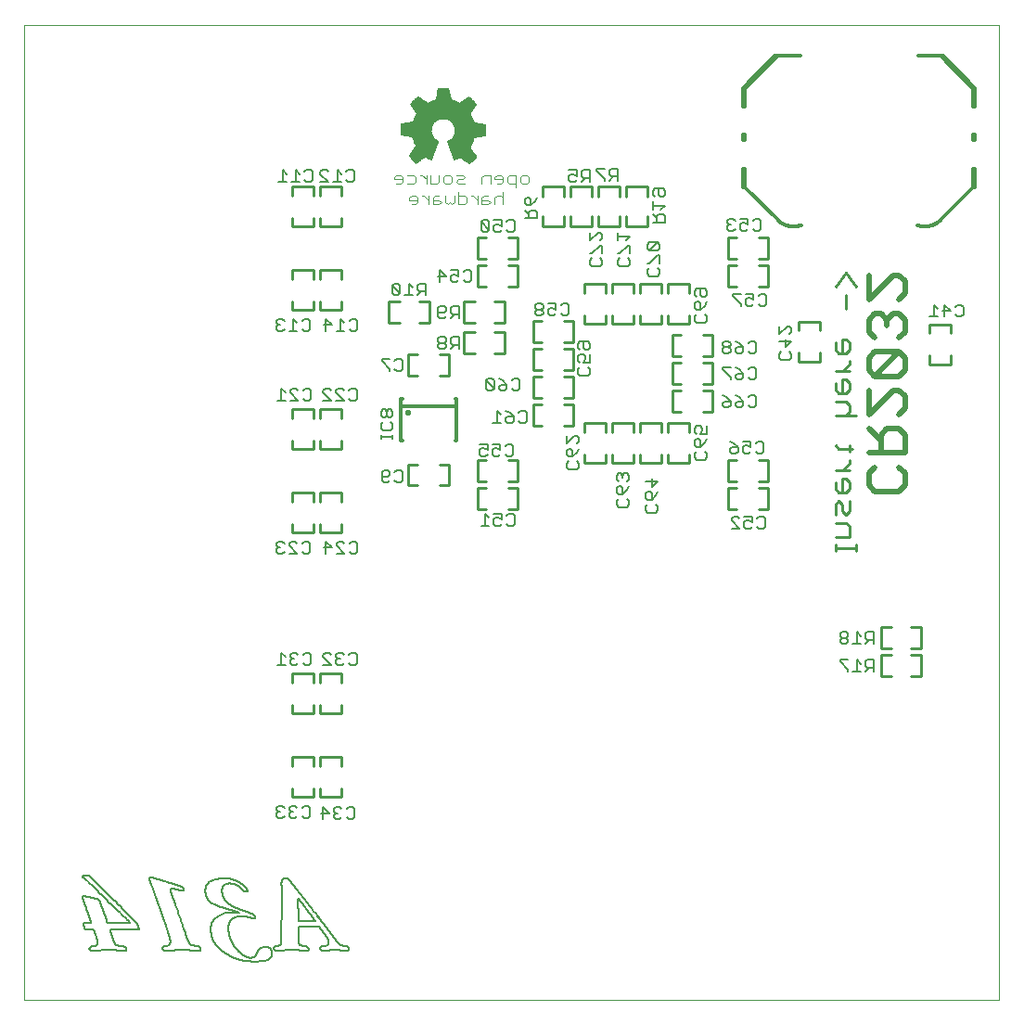
<source format=gbo>
G75*
%MOIN*%
%OFA0B0*%
%FSLAX25Y25*%
%IPPOS*%
%LPD*%
%AMOC8*
5,1,8,0,0,1.08239X$1,22.5*
%
%ADD10C,0.00000*%
%ADD11C,0.02000*%
%ADD12C,0.01100*%
%ADD13C,0.01200*%
%ADD14C,0.00500*%
%ADD15C,0.01000*%
%ADD16C,0.00700*%
%ADD17C,0.02236*%
%ADD18C,0.00787*%
%ADD19C,0.00200*%
%ADD20C,0.00400*%
D10*
X0005000Y0005000D02*
X0060118Y0005000D01*
X0355394Y0005000D01*
X0355394Y0355394D01*
X0060118Y0355394D01*
X0005000Y0355394D01*
X0005000Y0005000D01*
D11*
X0308500Y0189798D02*
X0308500Y0194135D01*
X0310669Y0196303D01*
X0312837Y0201441D02*
X0312837Y0207947D01*
X0315006Y0210115D01*
X0319343Y0210115D01*
X0321511Y0207947D01*
X0321511Y0201441D01*
X0308500Y0201441D01*
X0312837Y0205778D02*
X0308500Y0210115D01*
X0308500Y0215253D02*
X0317174Y0223927D01*
X0319343Y0223927D01*
X0321511Y0221758D01*
X0321511Y0217421D01*
X0319343Y0215253D01*
X0308500Y0215253D02*
X0308500Y0223927D01*
X0310669Y0229065D02*
X0319343Y0237739D01*
X0310669Y0237739D01*
X0308500Y0235570D01*
X0308500Y0231233D01*
X0310669Y0229065D01*
X0319343Y0229065D01*
X0321511Y0231233D01*
X0321511Y0235570D01*
X0319343Y0237739D01*
X0319343Y0242876D02*
X0321511Y0245045D01*
X0321511Y0249382D01*
X0319343Y0251550D01*
X0317174Y0251550D01*
X0315006Y0249382D01*
X0312837Y0251550D01*
X0310669Y0251550D01*
X0308500Y0249382D01*
X0308500Y0245045D01*
X0310669Y0242876D01*
X0315006Y0247213D02*
X0315006Y0249382D01*
X0319343Y0256688D02*
X0321511Y0258857D01*
X0321511Y0263194D01*
X0319343Y0265362D01*
X0317174Y0265362D01*
X0308500Y0256688D01*
X0308500Y0265362D01*
X0319343Y0196303D02*
X0321511Y0194135D01*
X0321511Y0189798D01*
X0319343Y0187629D01*
X0310669Y0187629D01*
X0308500Y0189798D01*
D12*
X0301454Y0190976D02*
X0300203Y0192227D01*
X0298952Y0192227D01*
X0298952Y0187223D01*
X0297701Y0187223D02*
X0300203Y0187223D01*
X0301454Y0188474D01*
X0301454Y0190976D01*
X0301454Y0195141D02*
X0296450Y0195141D01*
X0298952Y0195141D02*
X0301454Y0197644D01*
X0301454Y0198895D01*
X0301454Y0201740D02*
X0301454Y0204243D01*
X0302705Y0202991D02*
X0297701Y0202991D01*
X0296450Y0204243D01*
X0296450Y0214938D02*
X0303956Y0214938D01*
X0301454Y0216189D02*
X0301454Y0218692D01*
X0300203Y0219943D01*
X0296450Y0219943D01*
X0297701Y0222857D02*
X0300203Y0222857D01*
X0301454Y0224108D01*
X0301454Y0226610D01*
X0300203Y0227861D01*
X0298952Y0227861D01*
X0298952Y0222857D01*
X0297701Y0222857D02*
X0296450Y0224108D01*
X0296450Y0226610D01*
X0296450Y0230776D02*
X0301454Y0230776D01*
X0298952Y0230776D02*
X0301454Y0233278D01*
X0301454Y0234529D01*
X0300203Y0237375D02*
X0297701Y0237375D01*
X0296450Y0238626D01*
X0296450Y0241128D01*
X0298952Y0242379D02*
X0298952Y0237375D01*
X0300203Y0237375D02*
X0301454Y0238626D01*
X0301454Y0241128D01*
X0300203Y0242379D01*
X0298952Y0242379D01*
X0300203Y0253212D02*
X0300203Y0258217D01*
X0296450Y0261131D02*
X0300203Y0266135D01*
X0303956Y0261131D01*
X0301454Y0216189D02*
X0300203Y0214938D01*
X0296450Y0190976D02*
X0296450Y0188474D01*
X0297701Y0187223D01*
X0297701Y0184308D02*
X0298952Y0183057D01*
X0298952Y0180555D01*
X0300203Y0179304D01*
X0301454Y0180555D01*
X0301454Y0184308D01*
X0297701Y0184308D02*
X0296450Y0183057D01*
X0296450Y0179304D01*
X0296450Y0176389D02*
X0300203Y0176389D01*
X0301454Y0175138D01*
X0301454Y0171385D01*
X0296450Y0171385D01*
X0296450Y0168608D02*
X0296450Y0166106D01*
X0296450Y0167357D02*
X0303956Y0167357D01*
X0303956Y0166106D02*
X0303956Y0168608D01*
D13*
X0160250Y0205750D02*
X0160250Y0218250D01*
X0140250Y0218250D01*
X0140250Y0205750D01*
X0140750Y0205750D01*
X0140250Y0218250D02*
X0140250Y0220750D01*
X0140750Y0220750D01*
X0159750Y0220750D02*
X0160250Y0220750D01*
X0160250Y0218250D01*
X0160250Y0205750D02*
X0159750Y0205750D01*
X0264055Y0296890D02*
X0275791Y0285154D01*
X0275929Y0285019D01*
X0276071Y0284888D01*
X0276216Y0284760D01*
X0276363Y0284636D01*
X0276514Y0284515D01*
X0276668Y0284398D01*
X0276824Y0284285D01*
X0276983Y0284176D01*
X0277145Y0284070D01*
X0277310Y0283969D01*
X0277476Y0283872D01*
X0277645Y0283779D01*
X0277817Y0283690D01*
X0277990Y0283605D01*
X0278166Y0283525D01*
X0278343Y0283448D01*
X0278523Y0283377D01*
X0278704Y0283309D01*
X0278886Y0283246D01*
X0279070Y0283188D01*
X0279256Y0283134D01*
X0279442Y0283085D01*
X0279630Y0283040D01*
X0279819Y0283000D01*
X0280009Y0282965D01*
X0280199Y0282934D01*
X0280391Y0282908D01*
X0280583Y0282886D01*
X0280775Y0282870D01*
X0280968Y0282858D01*
X0281161Y0282850D01*
X0281354Y0282848D01*
X0281547Y0282850D01*
X0281740Y0282857D01*
X0281933Y0282869D01*
X0282125Y0282885D01*
X0282317Y0282906D01*
X0282508Y0282932D01*
X0282699Y0282963D01*
X0282889Y0282998D01*
X0283078Y0283038D01*
X0283266Y0283082D01*
X0283452Y0283131D01*
X0283638Y0283185D01*
X0283822Y0283243D01*
X0284005Y0283306D01*
X0284186Y0283373D01*
X0264055Y0296890D02*
X0264055Y0303583D01*
X0263268Y0303583D01*
X0263268Y0296890D01*
X0263268Y0313819D02*
X0264055Y0313819D01*
X0264055Y0315787D01*
X0263268Y0315787D01*
X0263268Y0313819D01*
X0263268Y0326024D02*
X0264055Y0326024D01*
X0264055Y0332323D01*
X0275866Y0344134D01*
X0274685Y0344134D01*
X0263268Y0332717D01*
X0263268Y0326024D01*
X0275866Y0344134D02*
X0283740Y0344134D01*
X0326260Y0344134D02*
X0334134Y0344134D01*
X0345945Y0332323D01*
X0345945Y0326024D01*
X0346732Y0326024D01*
X0346732Y0332717D01*
X0335315Y0344134D01*
X0334134Y0344134D01*
X0345945Y0315787D02*
X0345945Y0313819D01*
X0346732Y0313819D01*
X0346732Y0315787D01*
X0345945Y0315787D01*
X0345945Y0303583D02*
X0346732Y0303583D01*
X0346732Y0296890D01*
X0345945Y0296890D01*
X0334209Y0285154D01*
X0334071Y0285019D01*
X0333929Y0284888D01*
X0333784Y0284760D01*
X0333637Y0284636D01*
X0333486Y0284515D01*
X0333332Y0284398D01*
X0333176Y0284285D01*
X0333017Y0284176D01*
X0332855Y0284070D01*
X0332690Y0283969D01*
X0332524Y0283872D01*
X0332355Y0283779D01*
X0332183Y0283690D01*
X0332010Y0283605D01*
X0331834Y0283525D01*
X0331657Y0283448D01*
X0331477Y0283377D01*
X0331296Y0283309D01*
X0331114Y0283246D01*
X0330930Y0283188D01*
X0330744Y0283134D01*
X0330558Y0283085D01*
X0330370Y0283040D01*
X0330181Y0283000D01*
X0329991Y0282965D01*
X0329801Y0282934D01*
X0329609Y0282908D01*
X0329417Y0282886D01*
X0329225Y0282870D01*
X0329032Y0282858D01*
X0328839Y0282850D01*
X0328646Y0282848D01*
X0328453Y0282850D01*
X0328260Y0282857D01*
X0328067Y0282869D01*
X0327875Y0282885D01*
X0327683Y0282906D01*
X0327492Y0282932D01*
X0327301Y0282963D01*
X0327111Y0282998D01*
X0326922Y0283038D01*
X0326734Y0283082D01*
X0326548Y0283131D01*
X0326362Y0283185D01*
X0326178Y0283243D01*
X0325995Y0283306D01*
X0325814Y0283373D01*
X0345945Y0296890D02*
X0345945Y0303583D01*
D14*
X0264055Y0296890D02*
X0263268Y0296890D01*
D15*
X0261000Y0278748D02*
X0257752Y0278748D01*
X0257752Y0271252D01*
X0261000Y0271252D01*
X0261000Y0268748D02*
X0257752Y0268748D01*
X0257752Y0261252D01*
X0261000Y0261252D01*
X0269000Y0261252D02*
X0272248Y0261252D01*
X0272248Y0268748D01*
X0269000Y0268748D01*
X0269000Y0271252D02*
X0272248Y0271252D01*
X0272248Y0278748D01*
X0269000Y0278748D01*
X0243748Y0262248D02*
X0236252Y0262248D01*
X0236252Y0259000D01*
X0233748Y0259000D02*
X0233748Y0262248D01*
X0226252Y0262248D01*
X0226252Y0259000D01*
X0223748Y0259000D02*
X0223748Y0262248D01*
X0216252Y0262248D01*
X0216252Y0259000D01*
X0213748Y0259000D02*
X0213748Y0262248D01*
X0206252Y0262248D01*
X0206252Y0259000D01*
X0206252Y0251000D02*
X0206252Y0247752D01*
X0213748Y0247752D01*
X0213748Y0251000D01*
X0216252Y0251000D02*
X0216252Y0247752D01*
X0223748Y0247752D01*
X0223748Y0251000D01*
X0226252Y0251000D02*
X0226252Y0247752D01*
X0233748Y0247752D01*
X0233748Y0251000D01*
X0236252Y0251000D02*
X0236252Y0247752D01*
X0243748Y0247752D01*
X0243748Y0251000D01*
X0241000Y0243748D02*
X0237752Y0243748D01*
X0237752Y0236252D01*
X0241000Y0236252D01*
X0241000Y0233748D02*
X0237752Y0233748D01*
X0237752Y0226252D01*
X0241000Y0226252D01*
X0241000Y0223748D02*
X0237752Y0223748D01*
X0237752Y0216252D01*
X0241000Y0216252D01*
X0249000Y0216252D02*
X0252248Y0216252D01*
X0252248Y0223748D01*
X0249000Y0223748D01*
X0249000Y0226252D02*
X0252248Y0226252D01*
X0252248Y0233748D01*
X0249000Y0233748D01*
X0249000Y0236252D02*
X0252248Y0236252D01*
X0252248Y0243748D01*
X0249000Y0243748D01*
X0243748Y0259000D02*
X0243748Y0262248D01*
X0228748Y0282752D02*
X0221252Y0282752D01*
X0221252Y0286500D01*
X0218748Y0286500D02*
X0218748Y0282752D01*
X0211252Y0282752D01*
X0211252Y0286500D01*
X0208748Y0286500D02*
X0208748Y0282752D01*
X0201252Y0282752D01*
X0201252Y0286500D01*
X0198748Y0286500D02*
X0198748Y0282752D01*
X0191252Y0282752D01*
X0191252Y0286500D01*
X0191252Y0293500D02*
X0191252Y0297248D01*
X0198748Y0297248D01*
X0198748Y0293500D01*
X0201252Y0293500D02*
X0201252Y0297248D01*
X0208748Y0297248D01*
X0208748Y0293500D01*
X0211252Y0293500D02*
X0211252Y0297248D01*
X0218748Y0297248D01*
X0218748Y0293500D01*
X0221252Y0293500D02*
X0221252Y0297248D01*
X0228748Y0297248D01*
X0228748Y0293500D01*
X0228748Y0286500D02*
X0228748Y0282752D01*
X0182248Y0278748D02*
X0182248Y0271252D01*
X0179000Y0271252D01*
X0179000Y0268748D02*
X0182248Y0268748D01*
X0182248Y0261252D01*
X0179000Y0261252D01*
X0171000Y0261252D02*
X0167752Y0261252D01*
X0167752Y0268748D01*
X0171000Y0268748D01*
X0171000Y0271252D02*
X0167752Y0271252D01*
X0167752Y0278748D01*
X0171000Y0278748D01*
X0179000Y0278748D02*
X0182248Y0278748D01*
X0177498Y0255748D02*
X0173750Y0255748D01*
X0177498Y0255748D02*
X0177498Y0248252D01*
X0173750Y0248252D01*
X0173750Y0244748D02*
X0177498Y0244748D01*
X0177498Y0237252D01*
X0173750Y0237252D01*
X0166750Y0237252D02*
X0163002Y0237252D01*
X0163002Y0244748D01*
X0166750Y0244748D01*
X0166750Y0248252D02*
X0163002Y0248252D01*
X0163002Y0255748D01*
X0166750Y0255748D01*
X0150498Y0255748D02*
X0150498Y0248252D01*
X0146750Y0248252D01*
X0139750Y0248252D02*
X0136002Y0248252D01*
X0136002Y0255748D01*
X0139750Y0255748D01*
X0146750Y0255748D02*
X0150498Y0255748D01*
X0154250Y0236748D02*
X0157498Y0236748D01*
X0157498Y0229252D01*
X0154250Y0229252D01*
X0146250Y0229252D02*
X0143002Y0229252D01*
X0143002Y0236748D01*
X0146250Y0236748D01*
X0118748Y0252752D02*
X0111252Y0252752D01*
X0111252Y0256000D01*
X0108748Y0256000D02*
X0108748Y0252752D01*
X0101252Y0252752D01*
X0101252Y0256000D01*
X0101252Y0264000D02*
X0101252Y0267248D01*
X0108748Y0267248D01*
X0108748Y0264000D01*
X0111252Y0264000D02*
X0111252Y0267248D01*
X0118748Y0267248D01*
X0118748Y0264000D01*
X0118748Y0256000D02*
X0118748Y0252752D01*
X0118748Y0282752D02*
X0111252Y0282752D01*
X0111252Y0286000D01*
X0108748Y0286000D02*
X0108748Y0282752D01*
X0101252Y0282752D01*
X0101252Y0286000D01*
X0101252Y0294000D02*
X0101252Y0297248D01*
X0108748Y0297248D01*
X0108748Y0294000D01*
X0111252Y0294000D02*
X0111252Y0297248D01*
X0118748Y0297248D01*
X0118748Y0294000D01*
X0118748Y0286000D02*
X0118748Y0282752D01*
X0187752Y0248748D02*
X0191000Y0248748D01*
X0187752Y0248748D02*
X0187752Y0241252D01*
X0191000Y0241252D01*
X0191000Y0238748D02*
X0187752Y0238748D01*
X0187752Y0231252D01*
X0191000Y0231252D01*
X0191000Y0228748D02*
X0187752Y0228748D01*
X0187752Y0221252D01*
X0191000Y0221252D01*
X0191000Y0218748D02*
X0187752Y0218748D01*
X0187752Y0211252D01*
X0191000Y0211252D01*
X0199000Y0211252D02*
X0202248Y0211252D01*
X0202248Y0218748D01*
X0199000Y0218748D01*
X0199000Y0221252D02*
X0202248Y0221252D01*
X0202248Y0228748D01*
X0199000Y0228748D01*
X0199000Y0231252D02*
X0202248Y0231252D01*
X0202248Y0238748D01*
X0199000Y0238748D01*
X0199000Y0241252D02*
X0202248Y0241252D01*
X0202248Y0248748D01*
X0199000Y0248748D01*
X0206252Y0212248D02*
X0206252Y0209000D01*
X0206252Y0212248D02*
X0213748Y0212248D01*
X0213748Y0209000D01*
X0216252Y0209000D02*
X0216252Y0212248D01*
X0223748Y0212248D01*
X0223748Y0209000D01*
X0226252Y0209000D02*
X0226252Y0212248D01*
X0233748Y0212248D01*
X0233748Y0209000D01*
X0236252Y0209000D02*
X0236252Y0212248D01*
X0243748Y0212248D01*
X0243748Y0209000D01*
X0243748Y0201000D02*
X0243748Y0197752D01*
X0236252Y0197752D01*
X0236252Y0201000D01*
X0233748Y0201000D02*
X0233748Y0197752D01*
X0226252Y0197752D01*
X0226252Y0201000D01*
X0223748Y0201000D02*
X0223748Y0197752D01*
X0216252Y0197752D01*
X0216252Y0201000D01*
X0213748Y0201000D02*
X0213748Y0197752D01*
X0206252Y0197752D01*
X0206252Y0201000D01*
X0182248Y0198748D02*
X0182248Y0191252D01*
X0179000Y0191252D01*
X0179000Y0188748D02*
X0182248Y0188748D01*
X0182248Y0181252D01*
X0179000Y0181252D01*
X0171000Y0181252D02*
X0167752Y0181252D01*
X0167752Y0188748D01*
X0171000Y0188748D01*
X0171000Y0191252D02*
X0167752Y0191252D01*
X0167752Y0198748D01*
X0171000Y0198748D01*
X0179000Y0198748D02*
X0182248Y0198748D01*
X0157498Y0197248D02*
X0157498Y0189752D01*
X0154250Y0189752D01*
X0146250Y0189752D02*
X0143002Y0189752D01*
X0143002Y0197248D01*
X0146250Y0197248D01*
X0154250Y0197248D02*
X0157498Y0197248D01*
X0118748Y0202752D02*
X0118748Y0206000D01*
X0118748Y0202752D02*
X0111252Y0202752D01*
X0111252Y0206000D01*
X0108748Y0206000D02*
X0108748Y0202752D01*
X0101252Y0202752D01*
X0101252Y0206000D01*
X0101252Y0214000D02*
X0101252Y0217248D01*
X0108748Y0217248D01*
X0108748Y0214000D01*
X0111252Y0214000D02*
X0111252Y0217248D01*
X0118748Y0217248D01*
X0118748Y0214000D01*
X0118748Y0187248D02*
X0111252Y0187248D01*
X0111252Y0184000D01*
X0108748Y0184000D02*
X0108748Y0187248D01*
X0101252Y0187248D01*
X0101252Y0184000D01*
X0101252Y0176000D02*
X0101252Y0172752D01*
X0108748Y0172752D01*
X0108748Y0176000D01*
X0111252Y0176000D02*
X0111252Y0172752D01*
X0118748Y0172752D01*
X0118748Y0176000D01*
X0118748Y0184000D02*
X0118748Y0187248D01*
X0118748Y0122248D02*
X0111252Y0122248D01*
X0111252Y0119000D01*
X0108748Y0119000D02*
X0108748Y0122248D01*
X0101252Y0122248D01*
X0101252Y0119000D01*
X0101252Y0111000D02*
X0101252Y0107752D01*
X0108748Y0107752D01*
X0108748Y0111000D01*
X0111252Y0111000D02*
X0111252Y0107752D01*
X0118748Y0107752D01*
X0118748Y0111000D01*
X0118748Y0119000D02*
X0118748Y0122248D01*
X0118748Y0092248D02*
X0111252Y0092248D01*
X0111252Y0089000D01*
X0108748Y0089000D02*
X0108748Y0092248D01*
X0101252Y0092248D01*
X0101252Y0089000D01*
X0101252Y0081000D02*
X0101252Y0077752D01*
X0108748Y0077752D01*
X0108748Y0081000D01*
X0111252Y0081000D02*
X0111252Y0077752D01*
X0118748Y0077752D01*
X0118748Y0081000D01*
X0118748Y0089000D02*
X0118748Y0092248D01*
X0257752Y0181252D02*
X0257752Y0188748D01*
X0261000Y0188748D01*
X0261000Y0191252D02*
X0257752Y0191252D01*
X0257752Y0198748D01*
X0261000Y0198748D01*
X0269000Y0198748D02*
X0272248Y0198748D01*
X0272248Y0191252D01*
X0269000Y0191252D01*
X0269000Y0188748D02*
X0272248Y0188748D01*
X0272248Y0181252D01*
X0269000Y0181252D01*
X0261000Y0181252D02*
X0257752Y0181252D01*
X0312752Y0138748D02*
X0312752Y0131252D01*
X0316500Y0131252D01*
X0316500Y0128748D02*
X0312752Y0128748D01*
X0312752Y0121252D01*
X0316500Y0121252D01*
X0323500Y0121252D02*
X0327248Y0121252D01*
X0327248Y0128748D01*
X0323500Y0128748D01*
X0323500Y0131252D02*
X0327248Y0131252D01*
X0327248Y0138748D01*
X0323500Y0138748D01*
X0316500Y0138748D02*
X0312752Y0138748D01*
X0330379Y0233166D02*
X0330379Y0236414D01*
X0330379Y0233166D02*
X0337875Y0233166D01*
X0337875Y0236414D01*
X0337875Y0244414D02*
X0337875Y0247662D01*
X0330379Y0247662D01*
X0330379Y0244414D01*
X0290792Y0245414D02*
X0290792Y0248662D01*
X0283296Y0248662D01*
X0283296Y0245414D01*
X0283296Y0237414D02*
X0283296Y0234166D01*
X0290792Y0234166D01*
X0290792Y0237414D01*
D16*
X0280559Y0237052D02*
X0280559Y0235618D01*
X0279842Y0234900D01*
X0276973Y0234900D01*
X0276256Y0235618D01*
X0276256Y0237052D01*
X0276973Y0237769D01*
X0278407Y0239504D02*
X0278407Y0242373D01*
X0279842Y0244108D02*
X0280559Y0244825D01*
X0280559Y0246260D01*
X0279842Y0246977D01*
X0279125Y0246977D01*
X0276256Y0244108D01*
X0276256Y0246977D01*
X0276256Y0241656D02*
X0280559Y0241656D01*
X0278407Y0239504D01*
X0279842Y0237769D02*
X0280559Y0237052D01*
X0267962Y0238067D02*
X0267245Y0237350D01*
X0265810Y0237350D01*
X0265093Y0238067D01*
X0263358Y0238067D02*
X0263358Y0239502D01*
X0261206Y0239502D01*
X0260489Y0238785D01*
X0260489Y0238067D01*
X0261206Y0237350D01*
X0262641Y0237350D01*
X0263358Y0238067D01*
X0263358Y0239502D02*
X0261923Y0240936D01*
X0260489Y0241654D01*
X0258754Y0240936D02*
X0258754Y0240219D01*
X0258037Y0239502D01*
X0256602Y0239502D01*
X0255885Y0238785D01*
X0255885Y0238067D01*
X0256602Y0237350D01*
X0258037Y0237350D01*
X0258754Y0238067D01*
X0258754Y0238785D01*
X0258037Y0239502D01*
X0256602Y0239502D02*
X0255885Y0240219D01*
X0255885Y0240936D01*
X0256602Y0241654D01*
X0258037Y0241654D01*
X0258754Y0240936D01*
X0265093Y0240936D02*
X0265810Y0241654D01*
X0267245Y0241654D01*
X0267962Y0240936D01*
X0267962Y0238067D01*
X0267245Y0232154D02*
X0267962Y0231436D01*
X0267962Y0228567D01*
X0267245Y0227850D01*
X0265810Y0227850D01*
X0265093Y0228567D01*
X0263358Y0228567D02*
X0262641Y0227850D01*
X0261206Y0227850D01*
X0260489Y0228567D01*
X0260489Y0229285D01*
X0261206Y0230002D01*
X0263358Y0230002D01*
X0263358Y0228567D01*
X0263358Y0230002D02*
X0261923Y0231436D01*
X0260489Y0232154D01*
X0258754Y0232154D02*
X0255885Y0232154D01*
X0255885Y0231436D01*
X0258754Y0228567D01*
X0258754Y0227850D01*
X0265093Y0231436D02*
X0265810Y0232154D01*
X0267245Y0232154D01*
X0267245Y0222154D02*
X0267962Y0221436D01*
X0267962Y0218567D01*
X0267245Y0217850D01*
X0265810Y0217850D01*
X0265093Y0218567D01*
X0263358Y0218567D02*
X0263358Y0220002D01*
X0261206Y0220002D01*
X0260489Y0219285D01*
X0260489Y0218567D01*
X0261206Y0217850D01*
X0262641Y0217850D01*
X0263358Y0218567D01*
X0263358Y0220002D02*
X0261923Y0221436D01*
X0260489Y0222154D01*
X0258754Y0220002D02*
X0256602Y0220002D01*
X0255885Y0219285D01*
X0255885Y0218567D01*
X0256602Y0217850D01*
X0258037Y0217850D01*
X0258754Y0218567D01*
X0258754Y0220002D01*
X0257319Y0221436D01*
X0255885Y0222154D01*
X0265093Y0221436D02*
X0265810Y0222154D01*
X0267245Y0222154D01*
X0250154Y0211115D02*
X0250154Y0208246D01*
X0248002Y0208246D01*
X0248719Y0209681D01*
X0248719Y0210398D01*
X0248002Y0211115D01*
X0246567Y0211115D01*
X0245850Y0210398D01*
X0245850Y0208963D01*
X0246567Y0208246D01*
X0246567Y0206511D02*
X0247285Y0206511D01*
X0248002Y0205794D01*
X0248002Y0203642D01*
X0246567Y0203642D01*
X0245850Y0204359D01*
X0245850Y0205794D01*
X0246567Y0206511D01*
X0249436Y0205077D02*
X0248002Y0203642D01*
X0249436Y0205077D02*
X0250154Y0206511D01*
X0249436Y0201907D02*
X0250154Y0201190D01*
X0250154Y0199755D01*
X0249436Y0199038D01*
X0246567Y0199038D01*
X0245850Y0199755D01*
X0245850Y0201190D01*
X0246567Y0201907D01*
X0258573Y0202067D02*
X0259290Y0201350D01*
X0260725Y0201350D01*
X0261442Y0202067D01*
X0261442Y0203502D01*
X0259290Y0203502D01*
X0258573Y0202785D01*
X0258573Y0202067D01*
X0260008Y0204936D02*
X0261442Y0203502D01*
X0263177Y0203502D02*
X0263177Y0202067D01*
X0263894Y0201350D01*
X0265329Y0201350D01*
X0266046Y0202067D01*
X0266046Y0203502D02*
X0264612Y0204219D01*
X0263894Y0204219D01*
X0263177Y0203502D01*
X0263177Y0205654D02*
X0266046Y0205654D01*
X0266046Y0203502D01*
X0267781Y0204936D02*
X0268498Y0205654D01*
X0269933Y0205654D01*
X0270650Y0204936D01*
X0270650Y0202067D01*
X0269933Y0201350D01*
X0268498Y0201350D01*
X0267781Y0202067D01*
X0260008Y0204936D02*
X0258573Y0205654D01*
X0232654Y0191398D02*
X0230502Y0189246D01*
X0230502Y0192115D01*
X0228350Y0191398D02*
X0232654Y0191398D01*
X0232654Y0187511D02*
X0231936Y0186077D01*
X0230502Y0184642D01*
X0230502Y0186794D01*
X0229785Y0187511D01*
X0229067Y0187511D01*
X0228350Y0186794D01*
X0228350Y0185359D01*
X0229067Y0184642D01*
X0230502Y0184642D01*
X0231936Y0182907D02*
X0232654Y0182190D01*
X0232654Y0180755D01*
X0231936Y0180038D01*
X0229067Y0180038D01*
X0228350Y0180755D01*
X0228350Y0182190D01*
X0229067Y0182907D01*
X0222154Y0182755D02*
X0222154Y0184190D01*
X0221436Y0184907D01*
X0220002Y0186642D02*
X0220002Y0188794D01*
X0219285Y0189511D01*
X0218567Y0189511D01*
X0217850Y0188794D01*
X0217850Y0187359D01*
X0218567Y0186642D01*
X0220002Y0186642D01*
X0221436Y0188077D01*
X0222154Y0189511D01*
X0221436Y0191246D02*
X0222154Y0191963D01*
X0222154Y0193398D01*
X0221436Y0194115D01*
X0220719Y0194115D01*
X0220002Y0193398D01*
X0219285Y0194115D01*
X0218567Y0194115D01*
X0217850Y0193398D01*
X0217850Y0191963D01*
X0218567Y0191246D01*
X0220002Y0192681D02*
X0220002Y0193398D01*
X0218567Y0184907D02*
X0217850Y0184190D01*
X0217850Y0182755D01*
X0218567Y0182038D01*
X0221436Y0182038D01*
X0222154Y0182755D01*
X0204154Y0196255D02*
X0203436Y0195538D01*
X0200567Y0195538D01*
X0199850Y0196255D01*
X0199850Y0197690D01*
X0200567Y0198407D01*
X0200567Y0200142D02*
X0199850Y0200859D01*
X0199850Y0202294D01*
X0200567Y0203011D01*
X0201285Y0203011D01*
X0202002Y0202294D01*
X0202002Y0200142D01*
X0200567Y0200142D01*
X0202002Y0200142D02*
X0203436Y0201577D01*
X0204154Y0203011D01*
X0203436Y0204746D02*
X0204154Y0205463D01*
X0204154Y0206898D01*
X0203436Y0207615D01*
X0202719Y0207615D01*
X0199850Y0204746D01*
X0199850Y0207615D01*
X0203436Y0198407D02*
X0204154Y0197690D01*
X0204154Y0196255D01*
X0180650Y0201067D02*
X0179933Y0200350D01*
X0178498Y0200350D01*
X0177781Y0201067D01*
X0176046Y0201067D02*
X0175329Y0200350D01*
X0173894Y0200350D01*
X0173177Y0201067D01*
X0173177Y0202502D01*
X0173894Y0203219D01*
X0174612Y0203219D01*
X0176046Y0202502D01*
X0176046Y0204654D01*
X0173177Y0204654D01*
X0171442Y0204654D02*
X0171442Y0202502D01*
X0170008Y0203219D01*
X0169290Y0203219D01*
X0168573Y0202502D01*
X0168573Y0201067D01*
X0169290Y0200350D01*
X0170725Y0200350D01*
X0171442Y0201067D01*
X0171442Y0204654D02*
X0168573Y0204654D01*
X0173385Y0212350D02*
X0176254Y0212350D01*
X0174819Y0212350D02*
X0174819Y0216654D01*
X0176254Y0215219D01*
X0177989Y0213785D02*
X0178706Y0214502D01*
X0180858Y0214502D01*
X0180858Y0213067D01*
X0180141Y0212350D01*
X0178706Y0212350D01*
X0177989Y0213067D01*
X0177989Y0213785D01*
X0179423Y0215936D02*
X0180858Y0214502D01*
X0179423Y0215936D02*
X0177989Y0216654D01*
X0182593Y0215936D02*
X0183310Y0216654D01*
X0184745Y0216654D01*
X0185462Y0215936D01*
X0185462Y0213067D01*
X0184745Y0212350D01*
X0183310Y0212350D01*
X0182593Y0213067D01*
X0179933Y0204654D02*
X0180650Y0203936D01*
X0180650Y0201067D01*
X0179933Y0204654D02*
X0178498Y0204654D01*
X0177781Y0203936D01*
X0177641Y0223850D02*
X0176206Y0223850D01*
X0175489Y0224567D01*
X0175489Y0225285D01*
X0176206Y0226002D01*
X0178358Y0226002D01*
X0178358Y0224567D01*
X0177641Y0223850D01*
X0178358Y0226002D02*
X0176923Y0227436D01*
X0175489Y0228154D01*
X0173754Y0227436D02*
X0173037Y0228154D01*
X0171602Y0228154D01*
X0170885Y0227436D01*
X0173754Y0224567D01*
X0173037Y0223850D01*
X0171602Y0223850D01*
X0170885Y0224567D01*
X0170885Y0227436D01*
X0173754Y0227436D02*
X0173754Y0224567D01*
X0180093Y0224567D02*
X0180810Y0223850D01*
X0182245Y0223850D01*
X0182962Y0224567D01*
X0182962Y0227436D01*
X0182245Y0228154D01*
X0180810Y0228154D01*
X0180093Y0227436D01*
X0161150Y0238850D02*
X0161150Y0243154D01*
X0158998Y0243154D01*
X0158281Y0242436D01*
X0158281Y0241002D01*
X0158998Y0240285D01*
X0161150Y0240285D01*
X0159715Y0240285D02*
X0158281Y0238850D01*
X0156546Y0239567D02*
X0156546Y0240285D01*
X0155829Y0241002D01*
X0154394Y0241002D01*
X0153677Y0240285D01*
X0153677Y0239567D01*
X0154394Y0238850D01*
X0155829Y0238850D01*
X0156546Y0239567D01*
X0155829Y0241002D02*
X0156546Y0241719D01*
X0156546Y0242436D01*
X0155829Y0243154D01*
X0154394Y0243154D01*
X0153677Y0242436D01*
X0153677Y0241719D01*
X0154394Y0241002D01*
X0140900Y0234436D02*
X0140900Y0231567D01*
X0140183Y0230850D01*
X0138748Y0230850D01*
X0138031Y0231567D01*
X0136296Y0231567D02*
X0136296Y0230850D01*
X0136296Y0231567D02*
X0133427Y0234436D01*
X0133427Y0235154D01*
X0136296Y0235154D01*
X0138031Y0234436D02*
X0138748Y0235154D01*
X0140183Y0235154D01*
X0140900Y0234436D01*
X0124462Y0223936D02*
X0124462Y0221067D01*
X0123745Y0220350D01*
X0122310Y0220350D01*
X0121593Y0221067D01*
X0119858Y0220350D02*
X0116989Y0223219D01*
X0116989Y0223936D01*
X0117706Y0224654D01*
X0119141Y0224654D01*
X0119858Y0223936D01*
X0121593Y0223936D02*
X0122310Y0224654D01*
X0123745Y0224654D01*
X0124462Y0223936D01*
X0119858Y0220350D02*
X0116989Y0220350D01*
X0115254Y0220350D02*
X0112385Y0223219D01*
X0112385Y0223936D01*
X0113102Y0224654D01*
X0114537Y0224654D01*
X0115254Y0223936D01*
X0115254Y0220350D02*
X0112385Y0220350D01*
X0107962Y0221067D02*
X0107962Y0223936D01*
X0107245Y0224654D01*
X0105810Y0224654D01*
X0105093Y0223936D01*
X0103358Y0223936D02*
X0102641Y0224654D01*
X0101206Y0224654D01*
X0100489Y0223936D01*
X0100489Y0223219D01*
X0103358Y0220350D01*
X0100489Y0220350D01*
X0098754Y0220350D02*
X0095885Y0220350D01*
X0097319Y0220350D02*
X0097319Y0224654D01*
X0098754Y0223219D01*
X0105093Y0221067D02*
X0105810Y0220350D01*
X0107245Y0220350D01*
X0107962Y0221067D01*
X0133100Y0216398D02*
X0133100Y0214963D01*
X0133817Y0214246D01*
X0134535Y0214246D01*
X0135252Y0214963D01*
X0135252Y0216398D01*
X0134535Y0217115D01*
X0133817Y0217115D01*
X0133100Y0216398D01*
X0135252Y0216398D02*
X0135969Y0217115D01*
X0136686Y0217115D01*
X0137404Y0216398D01*
X0137404Y0214963D01*
X0136686Y0214246D01*
X0135969Y0214246D01*
X0135252Y0214963D01*
X0136686Y0212511D02*
X0137404Y0211794D01*
X0137404Y0210359D01*
X0136686Y0209642D01*
X0133817Y0209642D01*
X0133100Y0210359D01*
X0133100Y0211794D01*
X0133817Y0212511D01*
X0133100Y0208007D02*
X0133100Y0206573D01*
X0133100Y0207290D02*
X0137404Y0207290D01*
X0137404Y0206573D02*
X0137404Y0208007D01*
X0138748Y0195154D02*
X0140183Y0195154D01*
X0140900Y0194436D01*
X0140900Y0191567D01*
X0140183Y0190850D01*
X0138748Y0190850D01*
X0138031Y0191567D01*
X0136296Y0191567D02*
X0135579Y0190850D01*
X0134144Y0190850D01*
X0133427Y0191567D01*
X0133427Y0194436D01*
X0134144Y0195154D01*
X0135579Y0195154D01*
X0136296Y0194436D01*
X0136296Y0193719D01*
X0135579Y0193002D01*
X0133427Y0193002D01*
X0138031Y0194436D02*
X0138748Y0195154D01*
X0170508Y0179654D02*
X0171942Y0178219D01*
X0173677Y0177502D02*
X0173677Y0176067D01*
X0174394Y0175350D01*
X0175829Y0175350D01*
X0176546Y0176067D01*
X0176546Y0177502D02*
X0175112Y0178219D01*
X0174394Y0178219D01*
X0173677Y0177502D01*
X0173677Y0179654D02*
X0176546Y0179654D01*
X0176546Y0177502D01*
X0178281Y0178936D02*
X0178998Y0179654D01*
X0180433Y0179654D01*
X0181150Y0178936D01*
X0181150Y0176067D01*
X0180433Y0175350D01*
X0178998Y0175350D01*
X0178281Y0176067D01*
X0171942Y0175350D02*
X0169073Y0175350D01*
X0170508Y0175350D02*
X0170508Y0179654D01*
X0124650Y0168936D02*
X0124650Y0166067D01*
X0123933Y0165350D01*
X0122498Y0165350D01*
X0121781Y0166067D01*
X0120046Y0165350D02*
X0117177Y0168219D01*
X0117177Y0168936D01*
X0117894Y0169654D01*
X0119329Y0169654D01*
X0120046Y0168936D01*
X0121781Y0168936D02*
X0122498Y0169654D01*
X0123933Y0169654D01*
X0124650Y0168936D01*
X0120046Y0165350D02*
X0117177Y0165350D01*
X0115442Y0167502D02*
X0112573Y0167502D01*
X0113290Y0165350D02*
X0113290Y0169654D01*
X0115442Y0167502D01*
X0107650Y0168936D02*
X0107650Y0166067D01*
X0106933Y0165350D01*
X0105498Y0165350D01*
X0104781Y0166067D01*
X0103046Y0165350D02*
X0100177Y0168219D01*
X0100177Y0168936D01*
X0100894Y0169654D01*
X0102329Y0169654D01*
X0103046Y0168936D01*
X0104781Y0168936D02*
X0105498Y0169654D01*
X0106933Y0169654D01*
X0107650Y0168936D01*
X0103046Y0165350D02*
X0100177Y0165350D01*
X0098442Y0166067D02*
X0097725Y0165350D01*
X0096290Y0165350D01*
X0095573Y0166067D01*
X0095573Y0166785D01*
X0096290Y0167502D01*
X0097008Y0167502D01*
X0096290Y0167502D02*
X0095573Y0168219D01*
X0095573Y0168936D01*
X0096290Y0169654D01*
X0097725Y0169654D01*
X0098442Y0168936D01*
X0097319Y0129654D02*
X0097319Y0125350D01*
X0095885Y0125350D02*
X0098754Y0125350D01*
X0100489Y0126067D02*
X0101206Y0125350D01*
X0102641Y0125350D01*
X0103358Y0126067D01*
X0105093Y0126067D02*
X0105810Y0125350D01*
X0107245Y0125350D01*
X0107962Y0126067D01*
X0107962Y0128936D01*
X0107245Y0129654D01*
X0105810Y0129654D01*
X0105093Y0128936D01*
X0103358Y0128936D02*
X0102641Y0129654D01*
X0101206Y0129654D01*
X0100489Y0128936D01*
X0100489Y0128219D01*
X0101206Y0127502D01*
X0100489Y0126785D01*
X0100489Y0126067D01*
X0101206Y0127502D02*
X0101923Y0127502D01*
X0098754Y0128219D02*
X0097319Y0129654D01*
X0112385Y0128936D02*
X0112385Y0128219D01*
X0115254Y0125350D01*
X0112385Y0125350D01*
X0112385Y0128936D02*
X0113102Y0129654D01*
X0114537Y0129654D01*
X0115254Y0128936D01*
X0116989Y0128936D02*
X0116989Y0128219D01*
X0117706Y0127502D01*
X0116989Y0126785D01*
X0116989Y0126067D01*
X0117706Y0125350D01*
X0119141Y0125350D01*
X0119858Y0126067D01*
X0121593Y0126067D02*
X0122310Y0125350D01*
X0123745Y0125350D01*
X0124462Y0126067D01*
X0124462Y0128936D01*
X0123745Y0129654D01*
X0122310Y0129654D01*
X0121593Y0128936D01*
X0119858Y0128936D02*
X0119141Y0129654D01*
X0117706Y0129654D01*
X0116989Y0128936D01*
X0117706Y0127502D02*
X0118423Y0127502D01*
X0118329Y0074154D02*
X0116894Y0074154D01*
X0116177Y0073436D01*
X0116177Y0072719D01*
X0116894Y0072002D01*
X0116177Y0071285D01*
X0116177Y0070567D01*
X0116894Y0069850D01*
X0118329Y0069850D01*
X0119046Y0070567D01*
X0120781Y0070567D02*
X0121498Y0069850D01*
X0122933Y0069850D01*
X0123650Y0070567D01*
X0123650Y0073436D01*
X0122933Y0074154D01*
X0121498Y0074154D01*
X0120781Y0073436D01*
X0119046Y0073436D02*
X0118329Y0074154D01*
X0117612Y0072002D02*
X0116894Y0072002D01*
X0114442Y0072002D02*
X0112290Y0074154D01*
X0112290Y0069850D01*
X0111573Y0072002D02*
X0114442Y0072002D01*
X0107650Y0071067D02*
X0107650Y0073936D01*
X0106933Y0074654D01*
X0105498Y0074654D01*
X0104781Y0073936D01*
X0103046Y0073936D02*
X0102329Y0074654D01*
X0100894Y0074654D01*
X0100177Y0073936D01*
X0100177Y0073219D01*
X0100894Y0072502D01*
X0100177Y0071785D01*
X0100177Y0071067D01*
X0100894Y0070350D01*
X0102329Y0070350D01*
X0103046Y0071067D01*
X0104781Y0071067D02*
X0105498Y0070350D01*
X0106933Y0070350D01*
X0107650Y0071067D01*
X0101612Y0072502D02*
X0100894Y0072502D01*
X0098442Y0073936D02*
X0097725Y0074654D01*
X0096290Y0074654D01*
X0095573Y0073936D01*
X0095573Y0073219D01*
X0096290Y0072502D01*
X0095573Y0071785D01*
X0095573Y0071067D01*
X0096290Y0070350D01*
X0097725Y0070350D01*
X0098442Y0071067D01*
X0097008Y0072502D02*
X0096290Y0072502D01*
X0259073Y0174350D02*
X0261942Y0174350D01*
X0259073Y0177219D01*
X0259073Y0177936D01*
X0259790Y0178654D01*
X0261225Y0178654D01*
X0261942Y0177936D01*
X0263677Y0178654D02*
X0266546Y0178654D01*
X0266546Y0176502D01*
X0265112Y0177219D01*
X0264394Y0177219D01*
X0263677Y0176502D01*
X0263677Y0175067D01*
X0264394Y0174350D01*
X0265829Y0174350D01*
X0266546Y0175067D01*
X0268281Y0175067D02*
X0268998Y0174350D01*
X0270433Y0174350D01*
X0271150Y0175067D01*
X0271150Y0177936D01*
X0270433Y0178654D01*
X0268998Y0178654D01*
X0268281Y0177936D01*
X0298790Y0137154D02*
X0298073Y0136436D01*
X0298073Y0135719D01*
X0298790Y0135002D01*
X0300225Y0135002D01*
X0300942Y0135719D01*
X0300942Y0136436D01*
X0300225Y0137154D01*
X0298790Y0137154D01*
X0298790Y0135002D02*
X0298073Y0134285D01*
X0298073Y0133567D01*
X0298790Y0132850D01*
X0300225Y0132850D01*
X0300942Y0133567D01*
X0300942Y0134285D01*
X0300225Y0135002D01*
X0302677Y0132850D02*
X0305546Y0132850D01*
X0304112Y0132850D02*
X0304112Y0137154D01*
X0305546Y0135719D01*
X0307281Y0136436D02*
X0307281Y0135002D01*
X0307998Y0134285D01*
X0310150Y0134285D01*
X0308715Y0134285D02*
X0307281Y0132850D01*
X0310150Y0132850D02*
X0310150Y0137154D01*
X0307998Y0137154D01*
X0307281Y0136436D01*
X0307998Y0127154D02*
X0307281Y0126436D01*
X0307281Y0125002D01*
X0307998Y0124285D01*
X0310150Y0124285D01*
X0308715Y0124285D02*
X0307281Y0122850D01*
X0305546Y0122850D02*
X0302677Y0122850D01*
X0304112Y0122850D02*
X0304112Y0127154D01*
X0305546Y0125719D01*
X0307998Y0127154D02*
X0310150Y0127154D01*
X0310150Y0122850D01*
X0300942Y0122850D02*
X0300942Y0123567D01*
X0298073Y0126436D01*
X0298073Y0127154D01*
X0300942Y0127154D01*
X0207436Y0229350D02*
X0204567Y0229350D01*
X0203850Y0230067D01*
X0203850Y0231502D01*
X0204567Y0232219D01*
X0204567Y0233954D02*
X0203850Y0234671D01*
X0203850Y0236106D01*
X0204567Y0236823D01*
X0206002Y0236823D01*
X0206719Y0236106D01*
X0206719Y0235388D01*
X0206002Y0233954D01*
X0208154Y0233954D01*
X0208154Y0236823D01*
X0207436Y0238558D02*
X0206719Y0238558D01*
X0206002Y0239275D01*
X0206002Y0241427D01*
X0207436Y0241427D02*
X0208154Y0240710D01*
X0208154Y0239275D01*
X0207436Y0238558D01*
X0204567Y0238558D02*
X0203850Y0239275D01*
X0203850Y0240710D01*
X0204567Y0241427D01*
X0207436Y0241427D01*
X0207436Y0232219D02*
X0208154Y0231502D01*
X0208154Y0230067D01*
X0207436Y0229350D01*
X0199933Y0250850D02*
X0198498Y0250850D01*
X0197781Y0251567D01*
X0196046Y0251567D02*
X0195329Y0250850D01*
X0193894Y0250850D01*
X0193177Y0251567D01*
X0193177Y0253002D01*
X0193894Y0253719D01*
X0194612Y0253719D01*
X0196046Y0253002D01*
X0196046Y0255154D01*
X0193177Y0255154D01*
X0191442Y0254436D02*
X0191442Y0253719D01*
X0190725Y0253002D01*
X0189290Y0253002D01*
X0188573Y0252285D01*
X0188573Y0251567D01*
X0189290Y0250850D01*
X0190725Y0250850D01*
X0191442Y0251567D01*
X0191442Y0252285D01*
X0190725Y0253002D01*
X0189290Y0253002D02*
X0188573Y0253719D01*
X0188573Y0254436D01*
X0189290Y0255154D01*
X0190725Y0255154D01*
X0191442Y0254436D01*
X0197781Y0254436D02*
X0198498Y0255154D01*
X0199933Y0255154D01*
X0200650Y0254436D01*
X0200650Y0251567D01*
X0199933Y0250850D01*
X0228850Y0265755D02*
X0228850Y0267190D01*
X0229567Y0267907D01*
X0229567Y0269642D02*
X0228850Y0269642D01*
X0229567Y0269642D02*
X0232436Y0272511D01*
X0233154Y0272511D01*
X0233154Y0269642D01*
X0232436Y0267907D02*
X0233154Y0267190D01*
X0233154Y0265755D01*
X0232436Y0265038D01*
X0229567Y0265038D01*
X0228850Y0265755D01*
X0222654Y0269255D02*
X0221936Y0268538D01*
X0219067Y0268538D01*
X0218350Y0269255D01*
X0218350Y0270690D01*
X0219067Y0271407D01*
X0219067Y0273142D02*
X0218350Y0273142D01*
X0219067Y0273142D02*
X0221936Y0276011D01*
X0222654Y0276011D01*
X0222654Y0273142D01*
X0221936Y0271407D02*
X0222654Y0270690D01*
X0222654Y0269255D01*
X0228850Y0274963D02*
X0229567Y0274246D01*
X0232436Y0277115D01*
X0229567Y0277115D01*
X0228850Y0276398D01*
X0228850Y0274963D01*
X0229567Y0274246D02*
X0232436Y0274246D01*
X0233154Y0274963D01*
X0233154Y0276398D01*
X0232436Y0277115D01*
X0232285Y0284350D02*
X0232285Y0286502D01*
X0233002Y0287219D01*
X0234436Y0287219D01*
X0235154Y0286502D01*
X0235154Y0284350D01*
X0230850Y0284350D01*
X0232285Y0285785D02*
X0230850Y0287219D01*
X0230850Y0288954D02*
X0230850Y0291823D01*
X0230850Y0290388D02*
X0235154Y0290388D01*
X0233719Y0288954D01*
X0233719Y0293558D02*
X0233002Y0294275D01*
X0233002Y0296427D01*
X0234436Y0296427D02*
X0235154Y0295710D01*
X0235154Y0294275D01*
X0234436Y0293558D01*
X0233719Y0293558D01*
X0231567Y0293558D02*
X0230850Y0294275D01*
X0230850Y0295710D01*
X0231567Y0296427D01*
X0234436Y0296427D01*
X0218150Y0299350D02*
X0218150Y0303654D01*
X0215998Y0303654D01*
X0215281Y0302936D01*
X0215281Y0301502D01*
X0215998Y0300785D01*
X0218150Y0300785D01*
X0216715Y0300785D02*
X0215281Y0299350D01*
X0213546Y0299350D02*
X0213546Y0300067D01*
X0210677Y0302936D01*
X0210677Y0303654D01*
X0213546Y0303654D01*
X0208150Y0303154D02*
X0208150Y0298850D01*
X0208150Y0300285D02*
X0205998Y0300285D01*
X0205281Y0301002D01*
X0205281Y0302436D01*
X0205998Y0303154D01*
X0208150Y0303154D01*
X0206715Y0300285D02*
X0205281Y0298850D01*
X0203546Y0299567D02*
X0202829Y0298850D01*
X0201394Y0298850D01*
X0200677Y0299567D01*
X0200677Y0301002D01*
X0201394Y0301719D01*
X0202112Y0301719D01*
X0203546Y0301002D01*
X0203546Y0303154D01*
X0200677Y0303154D01*
X0189154Y0293323D02*
X0188436Y0291888D01*
X0187002Y0290454D01*
X0187002Y0292606D01*
X0186285Y0293323D01*
X0185567Y0293323D01*
X0184850Y0292606D01*
X0184850Y0291171D01*
X0185567Y0290454D01*
X0187002Y0290454D01*
X0187002Y0288719D02*
X0186285Y0288002D01*
X0186285Y0285850D01*
X0186285Y0287285D02*
X0184850Y0288719D01*
X0187002Y0288719D02*
X0188436Y0288719D01*
X0189154Y0288002D01*
X0189154Y0285850D01*
X0184850Y0285850D01*
X0181150Y0284436D02*
X0181150Y0281567D01*
X0180433Y0280850D01*
X0178998Y0280850D01*
X0178281Y0281567D01*
X0176546Y0281567D02*
X0175829Y0280850D01*
X0174394Y0280850D01*
X0173677Y0281567D01*
X0173677Y0283002D01*
X0174394Y0283719D01*
X0175112Y0283719D01*
X0176546Y0283002D01*
X0176546Y0285154D01*
X0173677Y0285154D01*
X0171942Y0284436D02*
X0171225Y0285154D01*
X0169790Y0285154D01*
X0169073Y0284436D01*
X0171942Y0281567D01*
X0171225Y0280850D01*
X0169790Y0280850D01*
X0169073Y0281567D01*
X0169073Y0284436D01*
X0171942Y0284436D02*
X0171942Y0281567D01*
X0178281Y0284436D02*
X0178998Y0285154D01*
X0180433Y0285154D01*
X0181150Y0284436D01*
X0208350Y0280615D02*
X0208350Y0277746D01*
X0211219Y0280615D01*
X0211936Y0280615D01*
X0212654Y0279898D01*
X0212654Y0278463D01*
X0211936Y0277746D01*
X0211936Y0276011D02*
X0209067Y0273142D01*
X0208350Y0273142D01*
X0209067Y0271407D02*
X0208350Y0270690D01*
X0208350Y0269255D01*
X0209067Y0268538D01*
X0211936Y0268538D01*
X0212654Y0269255D01*
X0212654Y0270690D01*
X0211936Y0271407D01*
X0212654Y0273142D02*
X0212654Y0276011D01*
X0211936Y0276011D01*
X0218350Y0277746D02*
X0218350Y0280615D01*
X0218350Y0279181D02*
X0222654Y0279181D01*
X0221219Y0277746D01*
X0245850Y0259710D02*
X0246567Y0260427D01*
X0249436Y0260427D01*
X0250154Y0259710D01*
X0250154Y0258275D01*
X0249436Y0257558D01*
X0248719Y0257558D01*
X0248002Y0258275D01*
X0248002Y0260427D01*
X0245850Y0259710D02*
X0245850Y0258275D01*
X0246567Y0257558D01*
X0246567Y0255823D02*
X0247285Y0255823D01*
X0248002Y0255106D01*
X0248002Y0252954D01*
X0246567Y0252954D01*
X0245850Y0253671D01*
X0245850Y0255106D01*
X0246567Y0255823D01*
X0249436Y0254388D02*
X0248002Y0252954D01*
X0249436Y0254388D02*
X0250154Y0255823D01*
X0249436Y0251219D02*
X0250154Y0250502D01*
X0250154Y0249067D01*
X0249436Y0248350D01*
X0246567Y0248350D01*
X0245850Y0249067D01*
X0245850Y0250502D01*
X0246567Y0251219D01*
X0259573Y0257936D02*
X0262442Y0255067D01*
X0262442Y0254350D01*
X0264177Y0255067D02*
X0264894Y0254350D01*
X0266329Y0254350D01*
X0267046Y0255067D01*
X0267046Y0256502D02*
X0265612Y0257219D01*
X0264894Y0257219D01*
X0264177Y0256502D01*
X0264177Y0255067D01*
X0267046Y0256502D02*
X0267046Y0258654D01*
X0264177Y0258654D01*
X0262442Y0258654D02*
X0259573Y0258654D01*
X0259573Y0257936D01*
X0268781Y0257936D02*
X0269498Y0258654D01*
X0270933Y0258654D01*
X0271650Y0257936D01*
X0271650Y0255067D01*
X0270933Y0254350D01*
X0269498Y0254350D01*
X0268781Y0255067D01*
X0268933Y0281350D02*
X0267498Y0281350D01*
X0266781Y0282067D01*
X0265046Y0282067D02*
X0264329Y0281350D01*
X0262894Y0281350D01*
X0262177Y0282067D01*
X0262177Y0283502D01*
X0262894Y0284219D01*
X0263612Y0284219D01*
X0265046Y0283502D01*
X0265046Y0285654D01*
X0262177Y0285654D01*
X0260442Y0284936D02*
X0259725Y0285654D01*
X0258290Y0285654D01*
X0257573Y0284936D01*
X0257573Y0284219D01*
X0258290Y0283502D01*
X0257573Y0282785D01*
X0257573Y0282067D01*
X0258290Y0281350D01*
X0259725Y0281350D01*
X0260442Y0282067D01*
X0259008Y0283502D02*
X0258290Y0283502D01*
X0266781Y0284936D02*
X0267498Y0285654D01*
X0268933Y0285654D01*
X0269650Y0284936D01*
X0269650Y0282067D01*
X0268933Y0281350D01*
X0331801Y0254731D02*
X0331801Y0250427D01*
X0333235Y0250427D02*
X0330366Y0250427D01*
X0333235Y0253296D02*
X0331801Y0254731D01*
X0334970Y0252579D02*
X0337839Y0252579D01*
X0335687Y0254731D01*
X0335687Y0250427D01*
X0339574Y0251144D02*
X0340291Y0250427D01*
X0341726Y0250427D01*
X0342443Y0251144D01*
X0342443Y0254014D01*
X0341726Y0254731D01*
X0340291Y0254731D01*
X0339574Y0254014D01*
X0165650Y0263567D02*
X0164933Y0262850D01*
X0163498Y0262850D01*
X0162781Y0263567D01*
X0161046Y0263567D02*
X0160329Y0262850D01*
X0158894Y0262850D01*
X0158177Y0263567D01*
X0158177Y0265002D01*
X0158894Y0265719D01*
X0159612Y0265719D01*
X0161046Y0265002D01*
X0161046Y0267154D01*
X0158177Y0267154D01*
X0156442Y0265002D02*
X0153573Y0265002D01*
X0154290Y0267154D02*
X0156442Y0265002D01*
X0154290Y0262850D02*
X0154290Y0267154D01*
X0149150Y0262404D02*
X0146998Y0262404D01*
X0146281Y0261686D01*
X0146281Y0260252D01*
X0146998Y0259535D01*
X0149150Y0259535D01*
X0147715Y0259535D02*
X0146281Y0258100D01*
X0144546Y0258100D02*
X0141677Y0258100D01*
X0143112Y0258100D02*
X0143112Y0262404D01*
X0144546Y0260969D01*
X0139942Y0261686D02*
X0139942Y0258817D01*
X0137073Y0261686D01*
X0137073Y0258817D01*
X0137790Y0258100D01*
X0139225Y0258100D01*
X0139942Y0258817D01*
X0139942Y0261686D02*
X0139225Y0262404D01*
X0137790Y0262404D01*
X0137073Y0261686D01*
X0149150Y0262404D02*
X0149150Y0258100D01*
X0153677Y0253436D02*
X0154394Y0254154D01*
X0155829Y0254154D01*
X0156546Y0253436D01*
X0156546Y0252719D01*
X0155829Y0252002D01*
X0153677Y0252002D01*
X0153677Y0253436D02*
X0153677Y0250567D01*
X0154394Y0249850D01*
X0155829Y0249850D01*
X0156546Y0250567D01*
X0158281Y0249850D02*
X0159715Y0251285D01*
X0158998Y0251285D02*
X0161150Y0251285D01*
X0161150Y0249850D02*
X0161150Y0254154D01*
X0158998Y0254154D01*
X0158281Y0253436D01*
X0158281Y0252002D01*
X0158998Y0251285D01*
X0165650Y0263567D02*
X0165650Y0266436D01*
X0164933Y0267154D01*
X0163498Y0267154D01*
X0162781Y0266436D01*
X0124650Y0248936D02*
X0124650Y0246067D01*
X0123933Y0245350D01*
X0122498Y0245350D01*
X0121781Y0246067D01*
X0120046Y0245350D02*
X0117177Y0245350D01*
X0118612Y0245350D02*
X0118612Y0249654D01*
X0120046Y0248219D01*
X0121781Y0248936D02*
X0122498Y0249654D01*
X0123933Y0249654D01*
X0124650Y0248936D01*
X0115442Y0247502D02*
X0112573Y0247502D01*
X0113290Y0245350D02*
X0113290Y0249654D01*
X0115442Y0247502D01*
X0107650Y0248936D02*
X0107650Y0246067D01*
X0106933Y0245350D01*
X0105498Y0245350D01*
X0104781Y0246067D01*
X0103046Y0245350D02*
X0100177Y0245350D01*
X0101612Y0245350D02*
X0101612Y0249654D01*
X0103046Y0248219D01*
X0104781Y0248936D02*
X0105498Y0249654D01*
X0106933Y0249654D01*
X0107650Y0248936D01*
X0098442Y0248936D02*
X0097725Y0249654D01*
X0096290Y0249654D01*
X0095573Y0248936D01*
X0095573Y0248219D01*
X0096290Y0247502D01*
X0095573Y0246785D01*
X0095573Y0246067D01*
X0096290Y0245350D01*
X0097725Y0245350D01*
X0098442Y0246067D01*
X0097008Y0247502D02*
X0096290Y0247502D01*
X0096385Y0298850D02*
X0099254Y0298850D01*
X0097819Y0298850D02*
X0097819Y0303154D01*
X0099254Y0301719D01*
X0100989Y0298850D02*
X0103858Y0298850D01*
X0102423Y0298850D02*
X0102423Y0303154D01*
X0103858Y0301719D01*
X0105593Y0302436D02*
X0106310Y0303154D01*
X0107745Y0303154D01*
X0108462Y0302436D01*
X0108462Y0299567D01*
X0107745Y0298850D01*
X0106310Y0298850D01*
X0105593Y0299567D01*
X0111385Y0298850D02*
X0114254Y0298850D01*
X0111385Y0301719D01*
X0111385Y0302436D01*
X0112102Y0303154D01*
X0113537Y0303154D01*
X0114254Y0302436D01*
X0117423Y0303154D02*
X0117423Y0298850D01*
X0115989Y0298850D02*
X0118858Y0298850D01*
X0120593Y0299567D02*
X0121310Y0298850D01*
X0122745Y0298850D01*
X0123462Y0299567D01*
X0123462Y0302436D01*
X0122745Y0303154D01*
X0121310Y0303154D01*
X0120593Y0302436D01*
X0118858Y0301719D02*
X0117423Y0303154D01*
D17*
X0142750Y0215750D03*
D18*
X0099519Y0048466D02*
X0099614Y0048438D01*
X0099707Y0048406D01*
X0099795Y0048371D01*
X0099880Y0048331D01*
X0099961Y0048288D01*
X0100037Y0048242D01*
X0100109Y0048192D01*
X0100177Y0048139D01*
X0100242Y0048083D01*
X0100304Y0048025D01*
X0100362Y0047965D01*
X0100418Y0047904D01*
X0100471Y0047841D01*
X0100522Y0047778D01*
X0100572Y0047714D01*
X0100621Y0047650D01*
X0100669Y0047585D01*
X0100716Y0047520D01*
X0100764Y0047453D01*
X0100813Y0047385D01*
X0100864Y0047314D01*
X0100919Y0047239D01*
X0100979Y0047157D01*
X0101046Y0047066D01*
X0101123Y0046964D01*
X0101210Y0046848D01*
X0101312Y0046714D01*
X0101431Y0046558D01*
X0101569Y0046377D01*
X0101730Y0046168D01*
X0101915Y0045926D01*
X0102129Y0045650D01*
X0102371Y0045335D01*
X0102644Y0044982D01*
X0102948Y0044588D01*
X0103283Y0044155D01*
X0103648Y0043683D01*
X0104041Y0043175D01*
X0104459Y0042634D01*
X0104900Y0042065D01*
X0105358Y0041473D01*
X0105828Y0040865D01*
X0106307Y0040247D01*
X0106787Y0039627D01*
X0107263Y0039012D01*
X0107730Y0038408D01*
X0108182Y0037824D01*
X0108615Y0037265D01*
X0109024Y0036736D01*
X0109406Y0036243D01*
X0109759Y0035787D01*
X0110079Y0035373D01*
X0110368Y0035000D01*
X0110623Y0034669D01*
X0110534Y0034784D02*
X0112005Y0032872D01*
X0112069Y0032794D01*
X0112146Y0032699D01*
X0112237Y0032583D01*
X0112344Y0032446D01*
X0112468Y0032287D01*
X0112609Y0032105D01*
X0112767Y0031901D01*
X0112942Y0031675D01*
X0113131Y0031430D01*
X0113334Y0031169D01*
X0113546Y0030895D01*
X0113766Y0030611D01*
X0113990Y0030322D01*
X0114214Y0030032D01*
X0114435Y0029747D01*
X0114649Y0029469D01*
X0114855Y0029204D01*
X0115049Y0028953D01*
X0115228Y0028721D01*
X0115393Y0028507D01*
X0115542Y0028314D01*
X0115675Y0028142D01*
X0115793Y0027989D01*
X0115896Y0027855D01*
X0115987Y0027738D01*
X0116066Y0027635D01*
X0116135Y0027544D01*
X0116197Y0027463D01*
X0116253Y0027388D01*
X0116306Y0027319D01*
X0116357Y0027252D01*
X0116407Y0027186D01*
X0116458Y0027119D01*
X0116510Y0027050D01*
X0116564Y0026978D01*
X0116621Y0026903D01*
X0116682Y0026824D01*
X0116745Y0026742D01*
X0116812Y0026656D01*
X0116881Y0026567D01*
X0116954Y0026475D01*
X0117029Y0026381D01*
X0117106Y0026286D01*
X0117184Y0026189D01*
X0117264Y0026093D01*
X0117345Y0025997D01*
X0117426Y0025902D01*
X0117507Y0025809D01*
X0117588Y0025718D01*
X0117668Y0025630D01*
X0117746Y0025546D01*
X0117823Y0025465D01*
X0117899Y0025388D01*
X0117972Y0025315D01*
X0118043Y0025246D01*
X0118111Y0025181D01*
X0118177Y0025120D01*
X0118241Y0025064D01*
X0118302Y0025011D01*
X0118360Y0024961D01*
X0118416Y0024916D01*
X0118469Y0024873D01*
X0118521Y0024834D01*
X0118570Y0024797D01*
X0118617Y0024763D01*
X0118662Y0024732D01*
X0118706Y0024703D01*
X0118748Y0024676D01*
X0118789Y0024652D01*
X0118830Y0024630D01*
X0118870Y0024609D01*
X0118909Y0024590D01*
X0118947Y0024573D01*
X0118986Y0024557D01*
X0119025Y0024542D01*
X0119063Y0024529D01*
X0119102Y0024516D01*
X0119141Y0024505D01*
X0119180Y0024494D01*
X0119220Y0024484D01*
X0119261Y0024475D01*
X0119302Y0024466D01*
X0119344Y0024457D01*
X0119387Y0024449D01*
X0119431Y0024441D01*
X0119476Y0024433D01*
X0119522Y0024425D01*
X0119570Y0024417D01*
X0119620Y0024410D01*
X0119671Y0024402D01*
X0119724Y0024395D01*
X0119780Y0024387D01*
X0119837Y0024379D01*
X0119897Y0024372D01*
X0119959Y0024364D01*
X0120023Y0024357D01*
X0120089Y0024349D01*
X0120157Y0024341D01*
X0120227Y0024332D01*
X0120299Y0024324D01*
X0120373Y0024314D01*
X0120447Y0024304D01*
X0120523Y0024292D01*
X0120599Y0024280D01*
X0120675Y0024265D01*
X0120750Y0024249D01*
X0120824Y0024230D01*
X0120896Y0024208D01*
X0120965Y0024183D01*
X0121032Y0024154D01*
X0121096Y0024122D01*
X0121155Y0024085D01*
X0121210Y0024045D01*
X0121261Y0024000D01*
X0121307Y0023951D01*
X0121349Y0023898D01*
X0121385Y0023842D01*
X0121418Y0023782D01*
X0121445Y0023720D01*
X0121469Y0023655D01*
X0121489Y0023589D01*
X0121505Y0023522D01*
X0121518Y0023454D01*
X0121527Y0023386D01*
X0121534Y0023320D01*
X0121539Y0023254D01*
X0121541Y0023191D01*
X0121540Y0023130D01*
X0121537Y0023072D01*
X0121532Y0023018D01*
X0121524Y0022967D01*
X0121514Y0022919D01*
X0121501Y0022876D01*
X0121485Y0022837D01*
X0121466Y0022801D01*
X0121444Y0022770D01*
X0121420Y0022742D01*
X0121392Y0022718D01*
X0121362Y0022698D01*
X0121330Y0022681D01*
X0121294Y0022667D01*
X0121256Y0022655D01*
X0121216Y0022646D01*
X0121173Y0022639D01*
X0121128Y0022633D01*
X0121080Y0022629D01*
X0121030Y0022626D01*
X0120978Y0022624D01*
X0120922Y0022623D01*
X0120863Y0022622D01*
X0120801Y0022622D01*
X0120736Y0022623D01*
X0120666Y0022624D01*
X0120593Y0022625D01*
X0120515Y0022627D01*
X0120433Y0022629D01*
X0120347Y0022632D01*
X0120256Y0022635D01*
X0120161Y0022638D01*
X0120062Y0022642D01*
X0119959Y0022647D01*
X0119852Y0022652D01*
X0119741Y0022657D01*
X0119628Y0022664D01*
X0119512Y0022671D01*
X0119393Y0022678D01*
X0119272Y0022686D01*
X0119150Y0022694D01*
X0119026Y0022703D01*
X0118901Y0022712D01*
X0118776Y0022721D01*
X0118649Y0022730D01*
X0118522Y0022739D01*
X0118394Y0022748D01*
X0118267Y0022757D01*
X0118139Y0022765D01*
X0118011Y0022773D01*
X0117882Y0022780D01*
X0117754Y0022786D01*
X0117626Y0022792D01*
X0117498Y0022797D01*
X0117369Y0022801D01*
X0117241Y0022805D01*
X0117113Y0022808D01*
X0116985Y0022810D01*
X0116856Y0022812D01*
X0116728Y0022813D01*
X0116600Y0022814D01*
X0116472Y0022814D01*
X0116344Y0022813D01*
X0116216Y0022812D01*
X0116088Y0022810D01*
X0115960Y0022808D01*
X0115832Y0022805D01*
X0115704Y0022801D01*
X0115576Y0022797D01*
X0115448Y0022792D01*
X0115320Y0022786D01*
X0115193Y0022780D01*
X0115065Y0022773D01*
X0114937Y0022765D01*
X0114810Y0022757D01*
X0114682Y0022748D01*
X0114555Y0022739D01*
X0114428Y0022730D01*
X0114301Y0022721D01*
X0114175Y0022712D01*
X0114050Y0022703D01*
X0113926Y0022694D01*
X0113802Y0022686D01*
X0113681Y0022678D01*
X0113561Y0022671D01*
X0113443Y0022664D01*
X0113329Y0022658D01*
X0113217Y0022652D01*
X0113108Y0022647D01*
X0113003Y0022643D01*
X0112902Y0022639D01*
X0112805Y0022636D01*
X0112712Y0022634D01*
X0112623Y0022633D01*
X0112539Y0022633D01*
X0112459Y0022633D01*
X0112383Y0022634D01*
X0112310Y0022636D01*
X0112242Y0022640D01*
X0112176Y0022644D01*
X0112113Y0022650D01*
X0112053Y0022658D01*
X0111995Y0022667D01*
X0111939Y0022678D01*
X0111885Y0022690D01*
X0111833Y0022705D01*
X0111783Y0022722D01*
X0111735Y0022742D01*
X0111689Y0022764D01*
X0111645Y0022789D01*
X0111604Y0022817D01*
X0111565Y0022848D01*
X0111529Y0022883D01*
X0111496Y0022922D01*
X0111465Y0022965D01*
X0111438Y0023012D01*
X0111413Y0023063D01*
X0111391Y0023119D01*
X0111373Y0023179D01*
X0111358Y0023245D01*
X0111346Y0023314D01*
X0111338Y0023387D01*
X0111334Y0023464D01*
X0111334Y0023544D01*
X0111340Y0023626D01*
X0111353Y0023709D01*
X0111372Y0023791D01*
X0111401Y0023872D01*
X0111438Y0023949D01*
X0111487Y0024023D01*
X0111548Y0024090D01*
X0111621Y0024150D01*
X0111708Y0024203D01*
X0111809Y0024247D01*
X0111923Y0024283D01*
X0112050Y0024311D01*
X0112189Y0024331D01*
X0112338Y0024344D01*
X0112496Y0024353D01*
X0112659Y0024360D01*
X0112826Y0024365D01*
X0112993Y0024372D01*
X0113158Y0024383D01*
X0113318Y0024400D01*
X0113471Y0024425D01*
X0113614Y0024460D01*
X0113746Y0024505D01*
X0113866Y0024562D01*
X0113972Y0024630D01*
X0114064Y0024710D01*
X0114142Y0024801D01*
X0114206Y0024902D01*
X0114257Y0025012D01*
X0114296Y0025129D01*
X0114324Y0025252D01*
X0114341Y0025381D01*
X0114349Y0025513D01*
X0114347Y0025649D01*
X0114337Y0025786D01*
X0114319Y0025926D01*
X0114292Y0026069D01*
X0114258Y0026213D01*
X0114214Y0026360D01*
X0114163Y0026510D01*
X0114103Y0026663D01*
X0114034Y0026820D01*
X0113957Y0026981D01*
X0113872Y0027145D01*
X0113779Y0027313D01*
X0113679Y0027484D01*
X0113572Y0027658D01*
X0113461Y0027832D01*
X0113346Y0028008D01*
X0113229Y0028182D01*
X0113111Y0028353D01*
X0112993Y0028521D01*
X0112877Y0028684D01*
X0112764Y0028841D01*
X0112656Y0028990D01*
X0112553Y0029131D01*
X0112456Y0029263D01*
X0112365Y0029385D01*
X0112282Y0029498D01*
X0112206Y0029601D01*
X0112136Y0029694D01*
X0112074Y0029779D01*
X0112017Y0029854D01*
X0111967Y0029922D01*
X0111922Y0029983D01*
X0111882Y0030037D01*
X0111846Y0030086D01*
X0111813Y0030132D01*
X0111782Y0030174D01*
X0111753Y0030214D01*
X0111726Y0030252D01*
X0111698Y0030291D01*
X0111670Y0030330D01*
X0111642Y0030369D01*
X0111613Y0030411D01*
X0111582Y0030453D01*
X0111551Y0030498D01*
X0111518Y0030544D01*
X0111485Y0030591D01*
X0111451Y0030639D01*
X0111417Y0030688D01*
X0111383Y0030736D01*
X0111350Y0030783D01*
X0111318Y0030828D01*
X0111287Y0030872D01*
X0111258Y0030913D01*
X0111232Y0030950D01*
X0111207Y0030984D01*
X0111185Y0031015D01*
X0111164Y0031041D01*
X0111145Y0031064D01*
X0111125Y0031084D01*
X0111106Y0031100D01*
X0111083Y0031113D01*
X0111057Y0031123D01*
X0111024Y0031131D01*
X0110982Y0031138D01*
X0110928Y0031142D01*
X0110859Y0031145D01*
X0110772Y0031148D01*
X0110664Y0031149D01*
X0110531Y0031150D01*
X0110372Y0031151D01*
X0110184Y0031152D01*
X0109966Y0031152D01*
X0109717Y0031152D01*
X0109439Y0031152D01*
X0109132Y0031152D01*
X0108800Y0031152D01*
X0108446Y0031152D01*
X0108075Y0031152D01*
X0107693Y0031152D01*
X0107304Y0031152D01*
X0106915Y0031152D01*
X0106533Y0031152D01*
X0106164Y0031152D01*
X0105812Y0031152D01*
X0105482Y0031152D01*
X0105178Y0031152D01*
X0104903Y0031152D01*
X0104658Y0031151D01*
X0104443Y0031151D01*
X0104258Y0031149D01*
X0104102Y0031147D01*
X0103973Y0031144D01*
X0103868Y0031139D01*
X0103785Y0031131D01*
X0103720Y0031121D01*
X0103670Y0031106D01*
X0103633Y0031087D01*
X0103607Y0031061D01*
X0103588Y0031029D01*
X0103574Y0030988D01*
X0103565Y0030938D01*
X0103559Y0030878D01*
X0103554Y0030807D01*
X0103551Y0030725D01*
X0103548Y0030631D01*
X0103546Y0030526D01*
X0103543Y0030411D01*
X0103541Y0030287D01*
X0103538Y0030154D01*
X0103536Y0030015D01*
X0103533Y0029873D01*
X0103530Y0029728D01*
X0103527Y0029583D01*
X0103525Y0029442D01*
X0103522Y0029305D01*
X0103520Y0029174D01*
X0103517Y0029052D01*
X0103515Y0028940D01*
X0103513Y0028839D01*
X0103512Y0028748D01*
X0103510Y0028669D01*
X0103509Y0028600D01*
X0103508Y0028542D01*
X0103507Y0028492D01*
X0103507Y0028450D01*
X0103506Y0028415D01*
X0103506Y0028384D01*
X0103507Y0028355D01*
X0103507Y0028328D01*
X0103508Y0028300D01*
X0103509Y0028270D01*
X0103510Y0028237D01*
X0103512Y0028198D01*
X0103514Y0028153D01*
X0103517Y0028102D01*
X0103520Y0028043D01*
X0103524Y0027976D01*
X0103527Y0027902D01*
X0103532Y0027820D01*
X0103536Y0027733D01*
X0103541Y0027639D01*
X0103546Y0027541D01*
X0103552Y0027441D01*
X0103557Y0027338D01*
X0103563Y0027236D01*
X0103568Y0027134D01*
X0103573Y0027036D01*
X0103578Y0026940D01*
X0103583Y0026849D01*
X0103587Y0026763D01*
X0103592Y0026681D01*
X0103596Y0026604D01*
X0103600Y0026531D01*
X0103604Y0026461D01*
X0103607Y0026394D01*
X0103611Y0026328D01*
X0103615Y0026263D01*
X0103619Y0026197D01*
X0103624Y0026130D01*
X0103629Y0026061D01*
X0103634Y0025990D01*
X0103640Y0025916D01*
X0103648Y0025839D01*
X0103656Y0025760D01*
X0103666Y0025678D01*
X0103677Y0025595D01*
X0103689Y0025512D01*
X0103704Y0025428D01*
X0103721Y0025344D01*
X0103741Y0025263D01*
X0103763Y0025183D01*
X0103789Y0025106D01*
X0103819Y0025032D01*
X0103853Y0024962D01*
X0103891Y0024896D01*
X0103934Y0024834D01*
X0103983Y0024776D01*
X0104036Y0024723D01*
X0104095Y0024673D01*
X0104160Y0024628D01*
X0104230Y0024587D01*
X0104305Y0024549D01*
X0104384Y0024515D01*
X0104468Y0024484D01*
X0104555Y0024457D01*
X0104646Y0024431D01*
X0104738Y0024409D01*
X0104832Y0024388D01*
X0104927Y0024370D01*
X0105022Y0024353D01*
X0105117Y0024338D01*
X0105211Y0024324D01*
X0105304Y0024311D01*
X0105396Y0024300D01*
X0105486Y0024289D01*
X0105575Y0024279D01*
X0105663Y0024269D01*
X0105749Y0024260D01*
X0105834Y0024251D01*
X0105918Y0024241D01*
X0106001Y0024232D01*
X0106083Y0024221D01*
X0106164Y0024209D01*
X0106243Y0024196D01*
X0106321Y0024181D01*
X0106397Y0024164D01*
X0106471Y0024144D01*
X0106542Y0024121D01*
X0106610Y0024095D01*
X0106674Y0024065D01*
X0106734Y0024032D01*
X0106790Y0023994D01*
X0106841Y0023952D01*
X0106887Y0023907D01*
X0106928Y0023857D01*
X0106965Y0023805D01*
X0106997Y0023749D01*
X0107025Y0023692D01*
X0107048Y0023632D01*
X0107067Y0023571D01*
X0107083Y0023509D01*
X0107096Y0023447D01*
X0107106Y0023386D01*
X0107113Y0023326D01*
X0107117Y0023267D01*
X0107120Y0023210D01*
X0107120Y0023155D01*
X0107118Y0023103D01*
X0107115Y0023054D01*
X0107109Y0023008D01*
X0107101Y0022965D01*
X0107091Y0022925D01*
X0107079Y0022888D01*
X0107064Y0022855D01*
X0107047Y0022824D01*
X0107028Y0022796D01*
X0107006Y0022772D01*
X0106982Y0022749D01*
X0106956Y0022730D01*
X0106927Y0022712D01*
X0106895Y0022697D01*
X0106861Y0022684D01*
X0106824Y0022672D01*
X0106784Y0022663D01*
X0106740Y0022655D01*
X0106693Y0022648D01*
X0106642Y0022642D01*
X0106587Y0022638D01*
X0106527Y0022635D01*
X0106461Y0022632D01*
X0106390Y0022631D01*
X0106313Y0022630D01*
X0106229Y0022630D01*
X0106139Y0022630D01*
X0106042Y0022632D01*
X0105938Y0022634D01*
X0105827Y0022636D01*
X0105710Y0022640D01*
X0105586Y0022643D01*
X0105456Y0022648D01*
X0105320Y0022653D01*
X0105179Y0022659D01*
X0105034Y0022665D01*
X0104885Y0022672D01*
X0104732Y0022680D01*
X0104576Y0022688D01*
X0104418Y0022696D01*
X0104258Y0022705D01*
X0104096Y0022714D01*
X0103933Y0022723D01*
X0103769Y0022732D01*
X0103605Y0022741D01*
X0103440Y0022750D01*
X0103274Y0022759D01*
X0103109Y0022767D01*
X0102943Y0022774D01*
X0102777Y0022781D01*
X0102611Y0022787D01*
X0102445Y0022793D01*
X0102279Y0022798D01*
X0102113Y0022802D01*
X0101948Y0022806D01*
X0101782Y0022808D01*
X0101616Y0022811D01*
X0101450Y0022812D01*
X0101285Y0022813D01*
X0101119Y0022814D01*
X0100954Y0022814D01*
X0100789Y0022813D01*
X0100624Y0022812D01*
X0100459Y0022810D01*
X0100295Y0022807D01*
X0100131Y0022804D01*
X0099967Y0022800D01*
X0099804Y0022796D01*
X0099641Y0022791D01*
X0099478Y0022785D01*
X0099316Y0022778D01*
X0099154Y0022771D01*
X0098993Y0022763D01*
X0098831Y0022755D01*
X0098671Y0022746D01*
X0098510Y0022738D01*
X0098350Y0022728D01*
X0098190Y0022719D01*
X0098031Y0022710D01*
X0097873Y0022701D01*
X0097717Y0022692D01*
X0097562Y0022684D01*
X0097408Y0022676D01*
X0097258Y0022669D01*
X0097110Y0022662D01*
X0096966Y0022656D01*
X0096826Y0022651D01*
X0096690Y0022646D01*
X0096560Y0022642D01*
X0096435Y0022638D01*
X0096316Y0022636D01*
X0096203Y0022633D01*
X0096096Y0022632D01*
X0095995Y0022631D01*
X0095900Y0022631D01*
X0095810Y0022632D01*
X0095727Y0022634D01*
X0095648Y0022637D01*
X0095574Y0022641D01*
X0095504Y0022646D01*
X0095438Y0022653D01*
X0095375Y0022661D01*
X0095316Y0022671D01*
X0095259Y0022683D01*
X0095204Y0022697D01*
X0095153Y0022714D01*
X0095103Y0022732D01*
X0095057Y0022754D01*
X0095012Y0022779D01*
X0094971Y0022806D01*
X0094932Y0022837D01*
X0094896Y0022870D01*
X0094863Y0022907D01*
X0094833Y0022947D01*
X0094806Y0022990D01*
X0094782Y0023036D01*
X0094761Y0023084D01*
X0094743Y0023134D01*
X0094727Y0023187D01*
X0094713Y0023241D01*
X0094702Y0023296D01*
X0094693Y0023352D01*
X0094686Y0023408D01*
X0094681Y0023465D01*
X0094678Y0023520D01*
X0094676Y0023575D01*
X0094676Y0023629D01*
X0094678Y0023681D01*
X0094682Y0023732D01*
X0094688Y0023780D01*
X0094696Y0023826D01*
X0094706Y0023869D01*
X0094718Y0023910D01*
X0094733Y0023947D01*
X0094751Y0023982D01*
X0094771Y0024015D01*
X0094793Y0024044D01*
X0094819Y0024071D01*
X0094847Y0024095D01*
X0094878Y0024117D01*
X0094912Y0024137D01*
X0094949Y0024155D01*
X0094989Y0024172D01*
X0095032Y0024187D01*
X0095079Y0024201D01*
X0095129Y0024214D01*
X0095184Y0024226D01*
X0095243Y0024238D01*
X0095306Y0024250D01*
X0095375Y0024263D01*
X0095449Y0024275D01*
X0095528Y0024289D01*
X0095613Y0024303D01*
X0095703Y0024319D01*
X0095798Y0024337D01*
X0095898Y0024356D01*
X0096002Y0024378D01*
X0096108Y0024402D01*
X0096216Y0024430D01*
X0096325Y0024461D01*
X0096433Y0024496D01*
X0096539Y0024535D01*
X0096641Y0024578D01*
X0096739Y0024627D01*
X0096830Y0024681D01*
X0096915Y0024740D01*
X0096993Y0024805D01*
X0097062Y0024876D01*
X0097123Y0024952D01*
X0097176Y0025034D01*
X0097221Y0025122D01*
X0097258Y0025214D01*
X0097289Y0025312D01*
X0097313Y0025414D01*
X0097332Y0025519D01*
X0097346Y0025628D01*
X0097357Y0025739D01*
X0097365Y0025851D01*
X0097370Y0025964D01*
X0097374Y0026077D01*
X0097377Y0026189D01*
X0097379Y0026300D01*
X0097380Y0026408D01*
X0097381Y0026515D01*
X0097382Y0026620D01*
X0097383Y0026723D01*
X0097385Y0026826D01*
X0097386Y0026930D01*
X0097387Y0027037D01*
X0097388Y0027150D01*
X0097389Y0027269D01*
X0097390Y0027399D01*
X0097391Y0027541D01*
X0097392Y0027699D01*
X0097393Y0027873D01*
X0097393Y0028066D01*
X0097394Y0028278D01*
X0097395Y0028510D01*
X0097396Y0028761D01*
X0097396Y0029029D01*
X0097397Y0029311D01*
X0097397Y0029606D01*
X0097398Y0029907D01*
X0097399Y0030212D01*
X0097399Y0030516D01*
X0097400Y0030813D01*
X0097400Y0031101D01*
X0097401Y0031373D01*
X0097401Y0031629D01*
X0097402Y0031863D01*
X0097403Y0032075D01*
X0097405Y0034863D01*
X0097409Y0034864D02*
X0097409Y0035228D01*
X0097409Y0035635D01*
X0097409Y0036084D01*
X0097410Y0036574D01*
X0097410Y0037101D01*
X0097411Y0037660D01*
X0097412Y0038244D01*
X0097414Y0038848D01*
X0097415Y0039463D01*
X0097416Y0040082D01*
X0097417Y0040696D01*
X0097418Y0041296D01*
X0097419Y0041874D01*
X0097419Y0042425D01*
X0097420Y0042941D01*
X0097420Y0043419D01*
X0097420Y0043854D01*
X0097420Y0044247D01*
X0097419Y0044596D01*
X0097418Y0044904D01*
X0097417Y0045173D01*
X0097415Y0045409D01*
X0097413Y0045617D01*
X0097410Y0045804D01*
X0097406Y0045978D01*
X0097403Y0046147D01*
X0097399Y0046318D01*
X0097395Y0046499D01*
X0097393Y0046694D01*
X0097395Y0046909D01*
X0097404Y0047144D01*
X0097426Y0047397D01*
X0097467Y0047663D01*
X0097540Y0047930D01*
X0097656Y0048181D01*
X0097767Y0048326D01*
X0097880Y0048423D01*
X0097993Y0048485D01*
X0098103Y0048523D01*
X0098209Y0048546D01*
X0098313Y0048560D01*
X0098414Y0048567D01*
X0098513Y0048570D01*
X0098612Y0048570D01*
X0098711Y0048569D01*
X0098811Y0048565D01*
X0098912Y0048559D01*
X0099014Y0048551D01*
X0099116Y0048540D01*
X0099218Y0048527D01*
X0099320Y0048510D01*
X0099420Y0048489D01*
X0099519Y0048466D01*
X0103415Y0041339D02*
X0103393Y0041314D01*
X0103376Y0041268D01*
X0103365Y0041198D01*
X0103358Y0041105D01*
X0103354Y0040987D01*
X0103352Y0040844D01*
X0103353Y0040675D01*
X0103355Y0040478D01*
X0103358Y0040255D01*
X0103362Y0040006D01*
X0103368Y0039731D01*
X0103373Y0039432D01*
X0103380Y0039110D01*
X0103386Y0038770D01*
X0103393Y0038413D01*
X0103401Y0038044D01*
X0103408Y0037667D01*
X0103416Y0037287D01*
X0103423Y0036907D01*
X0103431Y0036532D01*
X0103438Y0036167D01*
X0103445Y0035816D01*
X0103451Y0035482D01*
X0103458Y0035168D01*
X0103463Y0034877D01*
X0103468Y0034611D01*
X0103472Y0034370D01*
X0103475Y0034155D01*
X0103477Y0033966D01*
X0103477Y0033801D01*
X0103475Y0033661D01*
X0103470Y0033109D01*
X0103459Y0033102D02*
X0109671Y0033102D01*
X0109679Y0033100D02*
X0109415Y0033460D01*
X0109335Y0033562D01*
X0109241Y0033684D01*
X0109132Y0033829D01*
X0109005Y0033998D01*
X0108859Y0034192D01*
X0108695Y0034412D01*
X0108512Y0034658D01*
X0108310Y0034929D01*
X0108090Y0035224D01*
X0107853Y0035541D01*
X0107602Y0035879D01*
X0107338Y0036232D01*
X0107064Y0036599D01*
X0106784Y0036975D01*
X0106501Y0037356D01*
X0106217Y0037736D01*
X0105937Y0038112D01*
X0105663Y0038479D01*
X0105399Y0038833D01*
X0105148Y0039170D01*
X0104911Y0039488D01*
X0104691Y0039783D01*
X0104489Y0040053D01*
X0104306Y0040298D01*
X0104143Y0040516D01*
X0103998Y0040707D01*
X0103872Y0040872D01*
X0103764Y0041011D01*
X0103673Y0041124D01*
X0103597Y0041213D01*
X0103535Y0041278D01*
X0103485Y0041321D01*
X0103446Y0041341D01*
X0103415Y0041339D01*
X0087841Y0035155D02*
X0087815Y0035212D01*
X0087785Y0035269D01*
X0087750Y0035325D01*
X0087710Y0035380D01*
X0087665Y0035433D01*
X0087615Y0035485D01*
X0087561Y0035534D01*
X0087502Y0035580D01*
X0087439Y0035625D01*
X0087372Y0035666D01*
X0087303Y0035706D01*
X0087231Y0035742D01*
X0087158Y0035777D01*
X0087085Y0035809D01*
X0087011Y0035839D01*
X0086938Y0035867D01*
X0086866Y0035893D01*
X0086796Y0035917D01*
X0086729Y0035939D01*
X0086664Y0035960D01*
X0086603Y0035980D01*
X0086545Y0035998D01*
X0086491Y0036015D01*
X0086440Y0036031D01*
X0086391Y0036046D01*
X0086346Y0036060D01*
X0086303Y0036074D01*
X0086261Y0036087D01*
X0086219Y0036101D01*
X0086178Y0036115D01*
X0086135Y0036129D01*
X0086090Y0036144D01*
X0086043Y0036161D01*
X0085991Y0036179D01*
X0085936Y0036199D01*
X0085876Y0036221D01*
X0085811Y0036244D01*
X0085741Y0036270D01*
X0085667Y0036297D01*
X0085589Y0036325D01*
X0085507Y0036355D01*
X0085423Y0036386D01*
X0085338Y0036418D01*
X0085252Y0036449D01*
X0085166Y0036481D01*
X0085082Y0036511D01*
X0085000Y0036541D01*
X0084921Y0036571D01*
X0084845Y0036599D01*
X0084771Y0036626D01*
X0084699Y0036652D01*
X0084630Y0036677D01*
X0084561Y0036702D01*
X0084492Y0036727D01*
X0084423Y0036752D01*
X0084350Y0036778D01*
X0084274Y0036806D01*
X0084193Y0036834D01*
X0084105Y0036865D01*
X0084011Y0036899D01*
X0083910Y0036934D01*
X0083800Y0036973D01*
X0083681Y0037014D01*
X0083554Y0037058D01*
X0083419Y0037105D01*
X0083276Y0037155D01*
X0083125Y0037207D01*
X0082968Y0037262D01*
X0082804Y0037319D01*
X0082635Y0037378D01*
X0082462Y0037439D01*
X0082285Y0037502D01*
X0082106Y0037567D01*
X0081925Y0037634D01*
X0081744Y0037703D01*
X0081562Y0037773D01*
X0081382Y0037845D01*
X0081204Y0037919D01*
X0081028Y0037994D01*
X0080854Y0038072D01*
X0080683Y0038151D01*
X0080516Y0038231D01*
X0080351Y0038314D01*
X0080190Y0038398D01*
X0080032Y0038485D01*
X0079876Y0038573D01*
X0079722Y0038663D01*
X0079571Y0038755D01*
X0079421Y0038850D01*
X0079272Y0038946D01*
X0079124Y0039045D01*
X0078977Y0039146D01*
X0078831Y0039251D01*
X0078685Y0039358D01*
X0078540Y0039468D01*
X0078395Y0039582D01*
X0078251Y0039699D01*
X0078108Y0039821D01*
X0077966Y0039947D01*
X0077826Y0040076D01*
X0077689Y0040211D01*
X0077554Y0040350D01*
X0077423Y0040493D01*
X0077296Y0040641D01*
X0077173Y0040792D01*
X0077055Y0040948D01*
X0076943Y0041108D01*
X0076837Y0041272D01*
X0076737Y0041438D01*
X0076644Y0041607D01*
X0076559Y0041779D01*
X0076480Y0041952D01*
X0076409Y0042128D01*
X0076345Y0042304D01*
X0076288Y0042480D01*
X0076237Y0042657D01*
X0076194Y0042834D01*
X0076156Y0043010D01*
X0076124Y0043185D01*
X0076097Y0043358D01*
X0076075Y0043530D01*
X0076058Y0043700D01*
X0076046Y0043867D01*
X0076038Y0044032D01*
X0076034Y0044194D01*
X0076035Y0044353D01*
X0076040Y0044509D01*
X0076050Y0044662D01*
X0076066Y0044811D01*
X0076087Y0044957D01*
X0076115Y0045098D01*
X0076148Y0045236D01*
X0076189Y0045369D01*
X0076236Y0045498D01*
X0076291Y0045621D01*
X0076353Y0045740D01*
X0076422Y0045853D01*
X0076499Y0045959D01*
X0076583Y0046060D01*
X0076675Y0046155D01*
X0076774Y0046242D01*
X0076880Y0046323D01*
X0076994Y0046396D01*
X0077115Y0046462D01*
X0077243Y0046521D01*
X0077379Y0046574D01*
X0077522Y0046619D01*
X0077673Y0046657D01*
X0077832Y0046690D01*
X0078000Y0046715D01*
X0078176Y0046735D01*
X0078360Y0046749D01*
X0078553Y0046757D01*
X0078754Y0046758D01*
X0078962Y0046753D01*
X0079177Y0046740D01*
X0079399Y0046720D01*
X0079626Y0046691D01*
X0079857Y0046652D01*
X0080091Y0046603D01*
X0080326Y0046543D01*
X0080562Y0046470D01*
X0080797Y0046386D01*
X0081028Y0046289D01*
X0081256Y0046179D01*
X0081479Y0046058D01*
X0081696Y0045926D01*
X0081906Y0045784D01*
X0082108Y0045635D01*
X0082302Y0045481D01*
X0082488Y0045323D01*
X0082665Y0045164D01*
X0082833Y0045007D01*
X0082993Y0044854D01*
X0083144Y0044708D01*
X0083287Y0044570D01*
X0083422Y0044442D01*
X0083549Y0044326D01*
X0083668Y0044221D01*
X0083780Y0044128D01*
X0083884Y0044048D01*
X0083982Y0043980D01*
X0084073Y0043924D01*
X0084158Y0043877D01*
X0084237Y0043840D01*
X0084310Y0043812D01*
X0084377Y0043790D01*
X0084440Y0043774D01*
X0084497Y0043763D01*
X0084550Y0043757D01*
X0084599Y0043753D01*
X0084645Y0043752D01*
X0084687Y0043754D01*
X0084726Y0043757D01*
X0084763Y0043763D01*
X0084797Y0043769D01*
X0084830Y0043777D01*
X0084860Y0043786D01*
X0084889Y0043797D01*
X0084917Y0043809D01*
X0084943Y0043822D01*
X0084967Y0043837D01*
X0084991Y0043853D01*
X0085013Y0043871D01*
X0085033Y0043890D01*
X0085052Y0043911D01*
X0085069Y0043934D01*
X0085084Y0043958D01*
X0085098Y0043984D01*
X0085110Y0044012D01*
X0085120Y0044042D01*
X0085128Y0044075D01*
X0085135Y0044110D01*
X0085139Y0044148D01*
X0085142Y0044188D01*
X0085142Y0044232D01*
X0085141Y0044279D01*
X0085137Y0044330D01*
X0085130Y0044384D01*
X0085120Y0044442D01*
X0085107Y0044504D01*
X0085089Y0044569D01*
X0085067Y0044638D01*
X0085041Y0044710D01*
X0085008Y0044786D01*
X0084970Y0044865D01*
X0084926Y0044948D01*
X0084875Y0045032D01*
X0084817Y0045120D01*
X0084753Y0045209D01*
X0084683Y0045299D01*
X0084607Y0045390D01*
X0084525Y0045482D01*
X0084439Y0045573D01*
X0084349Y0045664D01*
X0084255Y0045754D01*
X0084159Y0045842D01*
X0084061Y0045929D01*
X0083962Y0046013D01*
X0083862Y0046096D01*
X0083761Y0046176D01*
X0083660Y0046255D01*
X0083559Y0046331D01*
X0083457Y0046407D01*
X0083354Y0046481D01*
X0083250Y0046556D01*
X0083143Y0046630D01*
X0083033Y0046705D01*
X0082919Y0046781D01*
X0082801Y0046858D01*
X0082678Y0046937D01*
X0082549Y0047018D01*
X0082415Y0047100D01*
X0082275Y0047184D01*
X0082129Y0047269D01*
X0081976Y0047355D01*
X0081818Y0047442D01*
X0081655Y0047528D01*
X0081486Y0047613D01*
X0081313Y0047697D01*
X0081136Y0047778D01*
X0080955Y0047857D01*
X0080770Y0047932D01*
X0080582Y0048003D01*
X0080392Y0048070D01*
X0080200Y0048132D01*
X0080005Y0048190D01*
X0079809Y0048243D01*
X0079610Y0048291D01*
X0079410Y0048335D01*
X0079208Y0048374D01*
X0079004Y0048408D01*
X0078798Y0048438D01*
X0078589Y0048464D01*
X0078378Y0048486D01*
X0078165Y0048505D01*
X0077948Y0048520D01*
X0077728Y0048533D01*
X0077505Y0048542D01*
X0077277Y0048549D01*
X0077045Y0048553D01*
X0076808Y0048555D01*
X0076566Y0048553D01*
X0076319Y0048549D01*
X0076066Y0048541D01*
X0075807Y0048529D01*
X0075541Y0048513D01*
X0075270Y0048493D01*
X0074993Y0048466D01*
X0074710Y0048434D01*
X0074423Y0048394D01*
X0074131Y0048346D01*
X0073836Y0048290D01*
X0073540Y0048223D01*
X0073244Y0048147D01*
X0072949Y0048059D01*
X0072659Y0047958D01*
X0072375Y0047845D01*
X0072100Y0047718D01*
X0071836Y0047577D01*
X0071585Y0047421D01*
X0071349Y0047250D01*
X0071131Y0047063D01*
X0070931Y0046861D01*
X0070752Y0046644D01*
X0070592Y0046412D01*
X0070453Y0046165D01*
X0070335Y0045905D01*
X0070236Y0045631D01*
X0070158Y0045344D01*
X0070098Y0045047D01*
X0070056Y0044740D01*
X0070032Y0044424D01*
X0070025Y0044101D01*
X0070035Y0043774D01*
X0070061Y0043443D01*
X0070106Y0043110D01*
X0070168Y0042779D01*
X0070251Y0042449D01*
X0070354Y0042125D01*
X0070479Y0041806D01*
X0070628Y0041495D01*
X0070802Y0041195D01*
X0071002Y0040905D01*
X0071228Y0040627D01*
X0071480Y0040363D01*
X0071758Y0040112D01*
X0072060Y0039876D01*
X0072384Y0039654D01*
X0072728Y0039447D01*
X0073088Y0039253D01*
X0073460Y0039073D01*
X0073842Y0038905D01*
X0074229Y0038749D01*
X0074617Y0038604D01*
X0075002Y0038470D01*
X0075380Y0038345D01*
X0075748Y0038230D01*
X0076103Y0038122D01*
X0076442Y0038022D01*
X0076763Y0037930D01*
X0077065Y0037844D01*
X0077347Y0037765D01*
X0077608Y0037691D01*
X0077850Y0037624D01*
X0078072Y0037561D01*
X0078277Y0037504D01*
X0078465Y0037450D01*
X0078641Y0037400D01*
X0078805Y0037353D01*
X0078961Y0037307D01*
X0079112Y0037263D01*
X0079261Y0037219D01*
X0079410Y0037175D01*
X0079562Y0037129D01*
X0079718Y0037082D01*
X0079881Y0037033D01*
X0080051Y0036982D01*
X0080227Y0036929D01*
X0080410Y0036874D01*
X0080597Y0036817D01*
X0080786Y0036760D01*
X0080976Y0036702D01*
X0081163Y0036645D01*
X0081345Y0036590D01*
X0081517Y0036538D01*
X0081679Y0036489D01*
X0081827Y0036444D01*
X0081959Y0036403D01*
X0082074Y0036368D01*
X0082169Y0036338D01*
X0082243Y0036313D01*
X0082293Y0036293D01*
X0082316Y0036279D01*
X0082308Y0036269D01*
X0082262Y0036264D01*
X0082171Y0036263D01*
X0082026Y0036267D01*
X0081818Y0036275D01*
X0081544Y0036287D01*
X0081210Y0036303D01*
X0080833Y0036321D01*
X0080454Y0036339D01*
X0080143Y0036354D01*
X0080008Y0036361D01*
X0079053Y0036345D01*
X0078269Y0036299D01*
X0077617Y0036224D01*
X0077066Y0036125D01*
X0076590Y0036004D01*
X0076172Y0035867D01*
X0075799Y0035716D01*
X0075461Y0035554D01*
X0075152Y0035386D01*
X0074866Y0035214D01*
X0074600Y0035038D01*
X0074351Y0034859D01*
X0074118Y0034680D01*
X0073899Y0034499D01*
X0073693Y0034318D01*
X0073500Y0034135D01*
X0073319Y0033950D01*
X0073151Y0033764D01*
X0072995Y0033576D01*
X0072852Y0033386D01*
X0072721Y0033194D01*
X0072601Y0033000D01*
X0072494Y0032803D01*
X0072398Y0032605D01*
X0072314Y0032405D01*
X0072240Y0032202D01*
X0072177Y0031997D01*
X0072123Y0031789D01*
X0072079Y0031578D01*
X0072043Y0031364D01*
X0072016Y0031146D01*
X0071996Y0030923D01*
X0071983Y0030696D01*
X0071977Y0030463D01*
X0071977Y0030224D01*
X0071984Y0029978D01*
X0071997Y0029726D01*
X0072016Y0029468D01*
X0072043Y0029204D01*
X0072077Y0028933D01*
X0072119Y0028656D01*
X0072170Y0028375D01*
X0072230Y0028089D01*
X0072300Y0027800D01*
X0072381Y0027508D01*
X0072474Y0027215D01*
X0072580Y0026922D01*
X0072697Y0026629D01*
X0072828Y0026338D01*
X0072971Y0026049D01*
X0073127Y0025764D01*
X0073296Y0025483D01*
X0073476Y0025207D01*
X0073668Y0024936D01*
X0073870Y0024672D01*
X0074082Y0024415D01*
X0074303Y0024164D01*
X0074531Y0023920D01*
X0074767Y0023683D01*
X0075009Y0023452D01*
X0075256Y0023229D01*
X0075508Y0023011D01*
X0075764Y0022800D01*
X0076024Y0022594D01*
X0076287Y0022393D01*
X0076553Y0022197D01*
X0076822Y0022005D01*
X0077093Y0021818D01*
X0077366Y0021634D01*
X0077642Y0021453D01*
X0077920Y0021276D01*
X0078201Y0021103D01*
X0078484Y0020933D01*
X0078771Y0020768D01*
X0079061Y0020607D01*
X0079354Y0020451D01*
X0079651Y0020301D01*
X0079952Y0020156D01*
X0080256Y0020017D01*
X0080564Y0019885D01*
X0080876Y0019760D01*
X0081192Y0019643D01*
X0081510Y0019533D01*
X0081832Y0019430D01*
X0082155Y0019336D01*
X0082481Y0019250D01*
X0082808Y0019171D01*
X0083135Y0019100D01*
X0083461Y0019036D01*
X0083787Y0018980D01*
X0084110Y0018930D01*
X0084430Y0018887D01*
X0084747Y0018850D01*
X0085060Y0018818D01*
X0085367Y0018792D01*
X0085669Y0018770D01*
X0085965Y0018752D01*
X0086255Y0018738D01*
X0086539Y0018727D01*
X0086817Y0018719D01*
X0087090Y0018713D01*
X0087359Y0018710D01*
X0087624Y0018709D01*
X0087888Y0018709D01*
X0088150Y0018712D01*
X0088414Y0018717D01*
X0088679Y0018724D01*
X0088948Y0018734D01*
X0089221Y0018747D01*
X0089498Y0018763D01*
X0089781Y0018783D01*
X0090067Y0018809D01*
X0090358Y0018840D01*
X0090650Y0018877D01*
X0090943Y0018922D01*
X0091235Y0018976D01*
X0091521Y0019039D01*
X0091801Y0019112D01*
X0092070Y0019197D01*
X0092326Y0019292D01*
X0092567Y0019399D01*
X0092790Y0019518D01*
X0092994Y0019648D01*
X0093177Y0019788D01*
X0093339Y0019939D01*
X0093480Y0020098D01*
X0093601Y0020265D01*
X0093701Y0020438D01*
X0093782Y0020616D01*
X0093847Y0020795D01*
X0093896Y0020976D01*
X0093931Y0021157D01*
X0093955Y0021335D01*
X0093968Y0021509D01*
X0093972Y0021679D01*
X0093968Y0021844D01*
X0093958Y0022003D01*
X0093941Y0022154D01*
X0093919Y0022300D01*
X0093891Y0022438D01*
X0093859Y0022569D01*
X0093821Y0022693D01*
X0093778Y0022810D01*
X0093730Y0022922D01*
X0093676Y0023026D01*
X0093616Y0023125D01*
X0093552Y0023217D01*
X0093481Y0023304D01*
X0093405Y0023385D01*
X0093324Y0023459D01*
X0093237Y0023529D01*
X0093144Y0023592D01*
X0093045Y0023649D01*
X0092940Y0023701D01*
X0092830Y0023747D01*
X0092712Y0023788D01*
X0092587Y0023823D01*
X0092455Y0023853D01*
X0092316Y0023878D01*
X0092168Y0023898D01*
X0092011Y0023912D01*
X0091846Y0023921D01*
X0091673Y0023925D01*
X0091492Y0023923D01*
X0091304Y0023913D01*
X0091111Y0023896D01*
X0090912Y0023870D01*
X0090711Y0023834D01*
X0090509Y0023787D01*
X0090309Y0023727D01*
X0090112Y0023653D01*
X0089920Y0023564D01*
X0089736Y0023460D01*
X0089561Y0023339D01*
X0089397Y0023202D01*
X0089244Y0023050D01*
X0089102Y0022883D01*
X0088972Y0022703D01*
X0088852Y0022512D01*
X0088742Y0022314D01*
X0088639Y0022110D01*
X0088543Y0021904D01*
X0088450Y0021699D01*
X0088358Y0021498D01*
X0088266Y0021305D01*
X0088172Y0021122D01*
X0088073Y0020951D01*
X0087969Y0020794D01*
X0087857Y0020653D01*
X0087739Y0020528D01*
X0087613Y0020419D01*
X0087479Y0020326D01*
X0087338Y0020248D01*
X0087191Y0020185D01*
X0087038Y0020135D01*
X0086880Y0020098D01*
X0086718Y0020072D01*
X0086552Y0020056D01*
X0086385Y0020049D01*
X0086215Y0020051D01*
X0086044Y0020061D01*
X0085873Y0020078D01*
X0085701Y0020103D01*
X0085528Y0020135D01*
X0085356Y0020175D01*
X0085184Y0020223D01*
X0085012Y0020278D01*
X0084840Y0020341D01*
X0084669Y0020411D01*
X0084498Y0020489D01*
X0084328Y0020574D01*
X0084160Y0020665D01*
X0083993Y0020763D01*
X0083829Y0020866D01*
X0083667Y0020974D01*
X0083507Y0021086D01*
X0083350Y0021202D01*
X0083197Y0021320D01*
X0083046Y0021442D01*
X0082899Y0021565D01*
X0082755Y0021690D01*
X0082613Y0021817D01*
X0082474Y0021946D01*
X0082337Y0022076D01*
X0082202Y0022209D01*
X0082067Y0022344D01*
X0081933Y0022483D01*
X0081798Y0022625D01*
X0081664Y0022771D01*
X0081528Y0022921D01*
X0081391Y0023077D01*
X0081253Y0023239D01*
X0081114Y0023407D01*
X0080973Y0023581D01*
X0080830Y0023763D01*
X0080687Y0023952D01*
X0080543Y0024148D01*
X0080399Y0024352D01*
X0080255Y0024563D01*
X0080113Y0024782D01*
X0079972Y0025007D01*
X0079833Y0025239D01*
X0079697Y0025477D01*
X0079566Y0025719D01*
X0079439Y0025966D01*
X0079318Y0026216D01*
X0079202Y0026469D01*
X0079094Y0026724D01*
X0078992Y0026980D01*
X0078898Y0027237D01*
X0078812Y0027493D01*
X0078734Y0027749D01*
X0078663Y0028005D01*
X0078600Y0028260D01*
X0078545Y0028514D01*
X0078496Y0028767D01*
X0078454Y0029020D01*
X0078419Y0029273D01*
X0078390Y0029526D01*
X0078367Y0029778D01*
X0078349Y0030030D01*
X0078338Y0030283D01*
X0078333Y0030535D01*
X0078334Y0030786D01*
X0078342Y0031037D01*
X0078358Y0031286D01*
X0078382Y0031533D01*
X0078416Y0031776D01*
X0078459Y0032016D01*
X0078513Y0032250D01*
X0078578Y0032479D01*
X0078656Y0032701D01*
X0078746Y0032916D01*
X0078848Y0033121D01*
X0078964Y0033317D01*
X0079092Y0033503D01*
X0079233Y0033678D01*
X0079387Y0033841D01*
X0079552Y0033993D01*
X0079727Y0034132D01*
X0079913Y0034259D01*
X0080107Y0034374D01*
X0080308Y0034476D01*
X0080515Y0034567D01*
X0080727Y0034646D01*
X0080942Y0034714D01*
X0081158Y0034772D01*
X0081374Y0034821D01*
X0081588Y0034861D01*
X0081799Y0034894D01*
X0082006Y0034920D01*
X0082208Y0034941D01*
X0082403Y0034956D01*
X0082591Y0034967D01*
X0082771Y0034974D01*
X0082944Y0034979D01*
X0083109Y0034981D01*
X0083266Y0034981D01*
X0083416Y0034979D01*
X0083559Y0034976D01*
X0083696Y0034971D01*
X0083828Y0034965D01*
X0083954Y0034957D01*
X0084077Y0034948D01*
X0084197Y0034938D01*
X0084313Y0034926D01*
X0084427Y0034912D01*
X0084540Y0034897D01*
X0084651Y0034881D01*
X0084761Y0034863D01*
X0084870Y0034843D01*
X0084978Y0034823D01*
X0085085Y0034800D01*
X0085190Y0034777D01*
X0085295Y0034752D01*
X0085397Y0034727D01*
X0085498Y0034701D01*
X0085596Y0034675D01*
X0085691Y0034648D01*
X0085784Y0034621D01*
X0085873Y0034595D01*
X0085958Y0034569D01*
X0086039Y0034543D01*
X0086115Y0034519D01*
X0086188Y0034496D01*
X0086255Y0034473D01*
X0086318Y0034452D01*
X0086377Y0034432D01*
X0086431Y0034414D01*
X0086482Y0034396D01*
X0086528Y0034380D01*
X0086572Y0034365D01*
X0086613Y0034350D01*
X0086651Y0034336D01*
X0086687Y0034323D01*
X0086722Y0034310D01*
X0086756Y0034298D01*
X0086788Y0034286D01*
X0086820Y0034275D01*
X0086851Y0034264D01*
X0086883Y0034253D01*
X0086913Y0034243D01*
X0086944Y0034233D01*
X0086975Y0034223D01*
X0087005Y0034214D01*
X0087036Y0034206D01*
X0087066Y0034199D01*
X0087096Y0034192D01*
X0087126Y0034186D01*
X0087156Y0034180D01*
X0087186Y0034176D01*
X0087215Y0034172D01*
X0087245Y0034169D01*
X0087274Y0034166D01*
X0087304Y0034164D01*
X0087333Y0034163D01*
X0087363Y0034163D01*
X0087393Y0034163D01*
X0087423Y0034164D01*
X0087452Y0034165D01*
X0087482Y0034168D01*
X0087512Y0034171D01*
X0087541Y0034175D01*
X0087570Y0034180D01*
X0087599Y0034187D01*
X0087627Y0034194D01*
X0087654Y0034203D01*
X0087681Y0034214D01*
X0087707Y0034225D01*
X0087732Y0034239D01*
X0087755Y0034253D01*
X0087777Y0034270D01*
X0087798Y0034288D01*
X0087818Y0034307D01*
X0087836Y0034328D01*
X0087853Y0034351D01*
X0087867Y0034376D01*
X0087881Y0034402D01*
X0087892Y0034430D01*
X0087902Y0034460D01*
X0087911Y0034492D01*
X0087918Y0034525D01*
X0087923Y0034561D01*
X0087927Y0034600D01*
X0087930Y0034640D01*
X0087930Y0034683D01*
X0087930Y0034728D01*
X0087927Y0034775D01*
X0087923Y0034825D01*
X0087916Y0034876D01*
X0087907Y0034929D01*
X0087896Y0034984D01*
X0087881Y0035041D01*
X0087863Y0035098D01*
X0087841Y0035155D01*
X0068200Y0023791D02*
X0068167Y0023843D01*
X0068130Y0023892D01*
X0068088Y0023937D01*
X0068041Y0023980D01*
X0067991Y0024018D01*
X0067936Y0024053D01*
X0067878Y0024085D01*
X0067816Y0024112D01*
X0067752Y0024137D01*
X0067685Y0024159D01*
X0067616Y0024178D01*
X0067545Y0024195D01*
X0067474Y0024210D01*
X0067401Y0024224D01*
X0067329Y0024236D01*
X0067256Y0024248D01*
X0067183Y0024259D01*
X0067110Y0024270D01*
X0067037Y0024281D01*
X0066964Y0024292D01*
X0066891Y0024303D01*
X0066817Y0024314D01*
X0066743Y0024325D01*
X0066669Y0024337D01*
X0066595Y0024349D01*
X0066519Y0024360D01*
X0066443Y0024372D01*
X0066367Y0024384D01*
X0066290Y0024397D01*
X0066213Y0024409D01*
X0066136Y0024421D01*
X0066059Y0024433D01*
X0065982Y0024445D01*
X0065905Y0024457D01*
X0065830Y0024470D01*
X0065755Y0024483D01*
X0065681Y0024497D01*
X0065609Y0024512D01*
X0065537Y0024529D01*
X0065467Y0024547D01*
X0065398Y0024568D01*
X0065330Y0024591D01*
X0065263Y0024617D01*
X0065197Y0024646D01*
X0065133Y0024678D01*
X0065069Y0024714D01*
X0065006Y0024754D01*
X0064944Y0024797D01*
X0064883Y0024844D01*
X0064823Y0024895D01*
X0064763Y0024949D01*
X0064704Y0025006D01*
X0064645Y0025065D01*
X0064587Y0025128D01*
X0064530Y0025192D01*
X0064474Y0025259D01*
X0064418Y0025328D01*
X0064363Y0025398D01*
X0064309Y0025470D01*
X0064256Y0025543D01*
X0064204Y0025617D01*
X0064152Y0025693D01*
X0064102Y0025770D01*
X0064053Y0025849D01*
X0064004Y0025930D01*
X0063957Y0026013D01*
X0063912Y0026097D01*
X0063867Y0026183D01*
X0063823Y0026270D01*
X0063781Y0026359D01*
X0063739Y0026450D01*
X0063699Y0026541D01*
X0063660Y0026634D01*
X0063622Y0026727D01*
X0063585Y0026820D01*
X0063549Y0026913D01*
X0063514Y0027004D01*
X0063480Y0027095D01*
X0063447Y0027184D01*
X0063416Y0027270D01*
X0063385Y0027355D01*
X0063355Y0027437D01*
X0063326Y0027517D01*
X0063297Y0027596D01*
X0063269Y0027675D01*
X0063240Y0027755D01*
X0063209Y0027839D01*
X0063177Y0027929D01*
X0063141Y0028029D01*
X0063100Y0028144D01*
X0063052Y0028278D01*
X0062996Y0028436D01*
X0062929Y0028625D01*
X0062850Y0028850D01*
X0062756Y0029117D01*
X0062646Y0029431D01*
X0062518Y0029796D01*
X0062372Y0030214D01*
X0062207Y0030688D01*
X0062022Y0031217D01*
X0061819Y0031798D01*
X0061599Y0032428D01*
X0061365Y0033100D01*
X0061119Y0033807D01*
X0060863Y0034539D01*
X0060603Y0035285D01*
X0060342Y0036035D01*
X0060083Y0036777D01*
X0059831Y0037500D01*
X0059590Y0038193D01*
X0059361Y0038849D01*
X0059148Y0039459D01*
X0058954Y0040018D01*
X0058778Y0040523D01*
X0058622Y0040971D01*
X0058485Y0041362D01*
X0058368Y0041700D01*
X0058268Y0041986D01*
X0058185Y0042225D01*
X0058116Y0042423D01*
X0058060Y0042584D01*
X0058015Y0042715D01*
X0057979Y0042821D01*
X0057949Y0042906D01*
X0057925Y0042976D01*
X0057905Y0043035D01*
X0057887Y0043085D01*
X0057872Y0043130D01*
X0057857Y0043171D01*
X0057843Y0043211D01*
X0057830Y0043249D01*
X0057817Y0043287D01*
X0057803Y0043326D01*
X0057790Y0043365D01*
X0057776Y0043404D01*
X0057763Y0043444D01*
X0057749Y0043484D01*
X0057736Y0043525D01*
X0057723Y0043566D01*
X0057711Y0043607D01*
X0057699Y0043649D01*
X0057688Y0043691D01*
X0057677Y0043733D01*
X0057667Y0043775D01*
X0057658Y0043817D01*
X0057650Y0043859D01*
X0057642Y0043901D01*
X0057635Y0043943D01*
X0057629Y0043985D01*
X0057624Y0044027D01*
X0057619Y0044069D01*
X0057615Y0044110D01*
X0057612Y0044151D01*
X0057609Y0044192D01*
X0057607Y0044232D01*
X0057606Y0044271D01*
X0057605Y0044310D01*
X0057606Y0044348D01*
X0057607Y0044386D01*
X0057609Y0044423D01*
X0057612Y0044458D01*
X0057617Y0044493D01*
X0057622Y0044527D01*
X0057629Y0044560D01*
X0057638Y0044592D01*
X0057648Y0044623D01*
X0057659Y0044653D01*
X0057672Y0044681D01*
X0057687Y0044707D01*
X0057703Y0044733D01*
X0057722Y0044757D01*
X0057741Y0044779D01*
X0057763Y0044799D01*
X0057786Y0044818D01*
X0057810Y0044836D01*
X0057836Y0044851D01*
X0057863Y0044865D01*
X0057891Y0044877D01*
X0057921Y0044888D01*
X0057951Y0044897D01*
X0057983Y0044905D01*
X0058015Y0044911D01*
X0058048Y0044916D01*
X0058082Y0044920D01*
X0058117Y0044923D01*
X0058153Y0044925D01*
X0058190Y0044926D01*
X0058227Y0044926D01*
X0058266Y0044925D01*
X0058307Y0044923D01*
X0058348Y0044920D01*
X0058392Y0044916D01*
X0058438Y0044911D01*
X0058485Y0044905D01*
X0058535Y0044897D01*
X0058587Y0044889D01*
X0058642Y0044879D01*
X0058699Y0044868D01*
X0058757Y0044856D01*
X0058818Y0044842D01*
X0058880Y0044828D01*
X0058943Y0044812D01*
X0059007Y0044796D01*
X0059071Y0044780D01*
X0059135Y0044763D01*
X0059198Y0044745D01*
X0059260Y0044728D01*
X0059321Y0044711D01*
X0059380Y0044693D01*
X0059437Y0044677D01*
X0059492Y0044660D01*
X0059545Y0044644D01*
X0059596Y0044629D01*
X0059645Y0044614D01*
X0059693Y0044600D01*
X0059739Y0044586D01*
X0059784Y0044572D01*
X0059829Y0044559D01*
X0059874Y0044546D01*
X0059918Y0044533D01*
X0059963Y0044520D01*
X0060008Y0044507D01*
X0060055Y0044494D01*
X0060102Y0044480D01*
X0060151Y0044466D01*
X0060202Y0044452D01*
X0060253Y0044437D01*
X0060307Y0044421D01*
X0060361Y0044405D01*
X0060417Y0044389D01*
X0060475Y0044372D01*
X0060533Y0044355D01*
X0060593Y0044338D01*
X0060653Y0044320D01*
X0060713Y0044303D01*
X0060774Y0044286D01*
X0060835Y0044269D01*
X0060896Y0044253D01*
X0060956Y0044238D01*
X0061016Y0044224D01*
X0061074Y0044211D01*
X0061132Y0044199D01*
X0061188Y0044188D01*
X0061244Y0044178D01*
X0061297Y0044170D01*
X0061349Y0044162D01*
X0061400Y0044156D01*
X0061449Y0044151D01*
X0061497Y0044148D01*
X0061543Y0044145D01*
X0061587Y0044143D01*
X0061630Y0044142D01*
X0061672Y0044142D01*
X0061712Y0044142D01*
X0061751Y0044144D01*
X0061789Y0044147D01*
X0061826Y0044150D01*
X0061862Y0044155D01*
X0061897Y0044161D01*
X0061931Y0044167D01*
X0061963Y0044176D01*
X0061995Y0044185D01*
X0062026Y0044196D01*
X0062056Y0044209D01*
X0062084Y0044223D01*
X0062111Y0044238D01*
X0062137Y0044255D01*
X0062162Y0044274D01*
X0062185Y0044295D01*
X0062206Y0044316D01*
X0062226Y0044340D01*
X0062244Y0044365D01*
X0062260Y0044391D01*
X0062275Y0044418D01*
X0062288Y0044447D01*
X0062299Y0044476D01*
X0062308Y0044507D01*
X0062316Y0044538D01*
X0062322Y0044570D01*
X0062327Y0044603D01*
X0062330Y0044636D01*
X0062332Y0044669D01*
X0062334Y0044703D01*
X0062334Y0044736D01*
X0062333Y0044770D01*
X0062332Y0044803D01*
X0062330Y0044836D01*
X0062327Y0044868D01*
X0062323Y0044900D01*
X0062319Y0044931D01*
X0062314Y0044961D01*
X0062308Y0044991D01*
X0062302Y0045020D01*
X0062294Y0045048D01*
X0062286Y0045075D01*
X0062276Y0045101D01*
X0062266Y0045126D01*
X0062254Y0045150D01*
X0062241Y0045174D01*
X0062227Y0045196D01*
X0062212Y0045218D01*
X0062195Y0045239D01*
X0062177Y0045259D01*
X0062158Y0045279D01*
X0062137Y0045298D01*
X0062115Y0045317D01*
X0062091Y0045335D01*
X0062066Y0045354D01*
X0062039Y0045373D01*
X0062010Y0045392D01*
X0061979Y0045411D01*
X0061947Y0045431D01*
X0061912Y0045451D01*
X0061876Y0045473D01*
X0061836Y0045495D01*
X0061794Y0045518D01*
X0061748Y0045542D01*
X0061699Y0045567D01*
X0061645Y0045593D01*
X0061588Y0045621D01*
X0061525Y0045650D01*
X0061458Y0045680D01*
X0061385Y0045711D01*
X0061306Y0045743D01*
X0061222Y0045777D01*
X0061131Y0045811D01*
X0061035Y0045846D01*
X0060933Y0045882D01*
X0060826Y0045918D01*
X0060715Y0045955D01*
X0060600Y0045992D01*
X0060482Y0046028D01*
X0060363Y0046065D01*
X0060242Y0046100D01*
X0060122Y0046135D01*
X0060003Y0046170D01*
X0059886Y0046203D01*
X0059773Y0046234D01*
X0059663Y0046265D01*
X0059559Y0046294D01*
X0059460Y0046321D01*
X0059367Y0046346D01*
X0059279Y0046371D01*
X0059196Y0046393D01*
X0059118Y0046415D01*
X0059044Y0046436D01*
X0058971Y0046457D01*
X0058898Y0046477D01*
X0058824Y0046499D01*
X0058745Y0046522D01*
X0058658Y0046548D01*
X0058561Y0046577D01*
X0058449Y0046610D01*
X0058321Y0046649D01*
X0058173Y0046693D01*
X0058002Y0046745D01*
X0057806Y0046805D01*
X0057584Y0046872D01*
X0057336Y0046948D01*
X0057060Y0047031D01*
X0056760Y0047123D01*
X0056437Y0047221D01*
X0056094Y0047326D01*
X0055735Y0047435D01*
X0055366Y0047547D01*
X0054992Y0047661D01*
X0054617Y0047775D01*
X0054249Y0047887D01*
X0053892Y0047996D01*
X0053551Y0048100D01*
X0053231Y0048198D01*
X0052934Y0048288D01*
X0052663Y0048371D01*
X0052421Y0048445D01*
X0052206Y0048510D01*
X0052019Y0048568D01*
X0051860Y0048617D01*
X0051725Y0048658D01*
X0051612Y0048693D01*
X0051519Y0048722D01*
X0051444Y0048746D01*
X0051382Y0048765D01*
X0051332Y0048782D01*
X0051291Y0048796D01*
X0051257Y0048808D01*
X0051227Y0048818D01*
X0051200Y0048828D01*
X0051174Y0048838D01*
X0051149Y0048848D01*
X0051124Y0048858D01*
X0051099Y0048869D01*
X0051072Y0048879D01*
X0051045Y0048891D01*
X0051016Y0048902D01*
X0050986Y0048914D01*
X0050956Y0048926D01*
X0050925Y0048938D01*
X0050893Y0048950D01*
X0050861Y0048962D01*
X0050829Y0048973D01*
X0050797Y0048984D01*
X0050765Y0048995D01*
X0050733Y0049004D01*
X0050702Y0049013D01*
X0050672Y0049021D01*
X0050642Y0049028D01*
X0050613Y0049034D01*
X0050585Y0049040D01*
X0050557Y0049044D01*
X0050530Y0049048D01*
X0050503Y0049051D01*
X0050477Y0049053D01*
X0050451Y0049054D01*
X0050426Y0049055D01*
X0050401Y0049054D01*
X0050376Y0049053D01*
X0050351Y0049051D01*
X0050326Y0049048D01*
X0050301Y0049044D01*
X0050276Y0049039D01*
X0050252Y0049033D01*
X0050227Y0049026D01*
X0050203Y0049017D01*
X0050178Y0049007D01*
X0050155Y0048995D01*
X0050131Y0048982D01*
X0050108Y0048968D01*
X0050086Y0048952D01*
X0050065Y0048935D01*
X0050044Y0048917D01*
X0050025Y0048897D01*
X0050007Y0048876D01*
X0049990Y0048855D01*
X0049974Y0048832D01*
X0049960Y0048809D01*
X0049947Y0048785D01*
X0049935Y0048761D01*
X0049925Y0048736D01*
X0049917Y0048712D01*
X0049910Y0048687D01*
X0049904Y0048661D01*
X0049900Y0048636D01*
X0049896Y0048610D01*
X0049894Y0048584D01*
X0049893Y0048557D01*
X0049894Y0048530D01*
X0049895Y0048502D01*
X0049897Y0048473D01*
X0049901Y0048442D01*
X0049906Y0048410D01*
X0049913Y0048376D01*
X0049921Y0048339D01*
X0049930Y0048300D01*
X0049941Y0048258D01*
X0049954Y0048213D01*
X0049968Y0048165D01*
X0049984Y0048114D01*
X0050002Y0048061D01*
X0050021Y0048005D01*
X0050041Y0047946D01*
X0050063Y0047887D01*
X0050085Y0047826D01*
X0050107Y0047765D01*
X0050129Y0047704D01*
X0050151Y0047644D01*
X0050172Y0047587D01*
X0050193Y0047531D01*
X0050213Y0047476D01*
X0050233Y0047419D01*
X0050256Y0047355D01*
X0050285Y0047273D01*
X0050325Y0047157D01*
X0050385Y0046983D01*
X0050478Y0046717D01*
X0050619Y0046310D01*
X0050830Y0045703D01*
X0051138Y0044818D01*
X0051572Y0043575D01*
X0052155Y0041901D01*
X0052901Y0039761D01*
X0053798Y0037186D01*
X0054798Y0034319D01*
X0055795Y0031458D01*
X0056610Y0029121D01*
X0056964Y0028107D01*
X0057066Y0027794D01*
X0057157Y0027517D01*
X0057236Y0027269D01*
X0057302Y0027045D01*
X0057355Y0026838D01*
X0057396Y0026641D01*
X0057424Y0026450D01*
X0057441Y0026262D01*
X0057446Y0026074D01*
X0057439Y0025886D01*
X0057420Y0025699D01*
X0057386Y0025514D01*
X0057337Y0025335D01*
X0057273Y0025165D01*
X0057192Y0025006D01*
X0057095Y0024861D01*
X0056982Y0024733D01*
X0056854Y0024621D01*
X0056713Y0024527D01*
X0056560Y0024450D01*
X0056399Y0024389D01*
X0056232Y0024341D01*
X0056062Y0024306D01*
X0055894Y0024279D01*
X0055728Y0024257D01*
X0055570Y0024239D01*
X0055420Y0024220D01*
X0055282Y0024200D01*
X0055157Y0024175D01*
X0055045Y0024146D01*
X0054947Y0024110D01*
X0054864Y0024067D01*
X0054794Y0024018D01*
X0054737Y0023963D01*
X0054692Y0023902D01*
X0054658Y0023838D01*
X0054634Y0023770D01*
X0054618Y0023699D01*
X0054609Y0023628D01*
X0054607Y0023557D01*
X0054611Y0023486D01*
X0054619Y0023417D01*
X0054632Y0023349D01*
X0054649Y0023285D01*
X0054670Y0023223D01*
X0054695Y0023165D01*
X0054723Y0023110D01*
X0054755Y0023059D01*
X0054791Y0023011D01*
X0054830Y0022966D01*
X0054872Y0022925D01*
X0054917Y0022887D01*
X0054966Y0022853D01*
X0055016Y0022821D01*
X0055069Y0022793D01*
X0055125Y0022767D01*
X0055182Y0022745D01*
X0055242Y0022724D01*
X0055304Y0022707D01*
X0055368Y0022691D01*
X0055435Y0022678D01*
X0055504Y0022667D01*
X0055578Y0022658D01*
X0055655Y0022651D01*
X0055736Y0022645D01*
X0055823Y0022640D01*
X0055915Y0022637D01*
X0056014Y0022635D01*
X0056118Y0022635D01*
X0056230Y0022635D01*
X0056349Y0022636D01*
X0056475Y0022638D01*
X0056607Y0022640D01*
X0056746Y0022644D01*
X0056892Y0022648D01*
X0057043Y0022653D01*
X0057200Y0022659D01*
X0057361Y0022665D01*
X0057526Y0022671D01*
X0057694Y0022679D01*
X0057865Y0022687D01*
X0058039Y0022695D01*
X0058213Y0022703D01*
X0058389Y0022712D01*
X0058566Y0022721D01*
X0058744Y0022730D01*
X0058922Y0022739D01*
X0059100Y0022748D01*
X0059278Y0022757D01*
X0059456Y0022765D01*
X0059634Y0022772D01*
X0059811Y0022779D01*
X0059989Y0022785D01*
X0060167Y0022791D01*
X0060345Y0022796D01*
X0060522Y0022801D01*
X0060700Y0022804D01*
X0060878Y0022807D01*
X0061055Y0022810D01*
X0061233Y0022812D01*
X0061411Y0022813D01*
X0061589Y0022813D01*
X0061767Y0022814D01*
X0061946Y0022813D01*
X0062124Y0022812D01*
X0062303Y0022811D01*
X0062482Y0022809D01*
X0062661Y0022806D01*
X0062841Y0022803D01*
X0063021Y0022799D01*
X0063201Y0022794D01*
X0063382Y0022789D01*
X0063563Y0022783D01*
X0063744Y0022776D01*
X0063926Y0022769D01*
X0064107Y0022761D01*
X0064289Y0022753D01*
X0064471Y0022744D01*
X0064652Y0022735D01*
X0064833Y0022726D01*
X0065013Y0022717D01*
X0065191Y0022709D01*
X0065369Y0022700D01*
X0065544Y0022691D01*
X0065716Y0022683D01*
X0065885Y0022676D01*
X0066051Y0022669D01*
X0066212Y0022662D01*
X0066368Y0022656D01*
X0066518Y0022651D01*
X0066661Y0022646D01*
X0066798Y0022642D01*
X0066927Y0022639D01*
X0067049Y0022636D01*
X0067163Y0022634D01*
X0067269Y0022633D01*
X0067367Y0022632D01*
X0067457Y0022633D01*
X0067540Y0022634D01*
X0067616Y0022636D01*
X0067685Y0022640D01*
X0067748Y0022644D01*
X0067806Y0022650D01*
X0067859Y0022656D01*
X0067908Y0022665D01*
X0067953Y0022674D01*
X0067994Y0022685D01*
X0068033Y0022698D01*
X0068068Y0022712D01*
X0068102Y0022728D01*
X0068133Y0022746D01*
X0068162Y0022766D01*
X0068188Y0022788D01*
X0068213Y0022811D01*
X0068235Y0022837D01*
X0068255Y0022865D01*
X0068273Y0022895D01*
X0068288Y0022928D01*
X0068302Y0022963D01*
X0068313Y0023001D01*
X0068322Y0023041D01*
X0068328Y0023084D01*
X0068333Y0023129D01*
X0068336Y0023177D01*
X0068337Y0023228D01*
X0068335Y0023280D01*
X0068332Y0023335D01*
X0068326Y0023391D01*
X0068317Y0023448D01*
X0068306Y0023507D01*
X0068292Y0023565D01*
X0068275Y0023624D01*
X0068254Y0023681D01*
X0068229Y0023737D01*
X0068200Y0023791D01*
X0046173Y0030318D02*
X0046177Y0030335D01*
X0046180Y0030352D01*
X0046182Y0030369D01*
X0046182Y0030386D01*
X0046182Y0030403D01*
X0046181Y0030420D01*
X0046180Y0030436D01*
X0046178Y0030452D01*
X0046175Y0030468D01*
X0046172Y0030484D01*
X0046169Y0030500D01*
X0046165Y0030516D01*
X0046161Y0030531D01*
X0046157Y0030547D01*
X0046152Y0030563D01*
X0046147Y0030579D01*
X0046142Y0030595D01*
X0046137Y0030612D01*
X0046132Y0030628D01*
X0046126Y0030646D01*
X0046121Y0030663D01*
X0046115Y0030682D01*
X0046109Y0030702D01*
X0046102Y0030723D01*
X0046095Y0030746D01*
X0046088Y0030771D01*
X0046080Y0030799D01*
X0046071Y0030830D01*
X0046061Y0030864D01*
X0046050Y0030902D01*
X0046038Y0030944D01*
X0046024Y0030990D01*
X0046009Y0031040D01*
X0045993Y0031094D01*
X0045976Y0031151D01*
X0045959Y0031211D01*
X0045940Y0031273D01*
X0045921Y0031337D01*
X0045902Y0031402D01*
X0045883Y0031467D01*
X0045864Y0031531D01*
X0045845Y0031594D01*
X0045827Y0031654D01*
X0045809Y0031712D01*
X0045792Y0031768D01*
X0045775Y0031821D01*
X0045757Y0031871D01*
X0045739Y0031918D01*
X0045720Y0031964D01*
X0045700Y0032009D01*
X0045678Y0032052D01*
X0045654Y0032095D01*
X0045627Y0032139D01*
X0045598Y0032183D01*
X0045566Y0032228D01*
X0045531Y0032275D01*
X0045493Y0032323D01*
X0045451Y0032374D01*
X0045406Y0032428D01*
X0045355Y0032486D01*
X0045299Y0032549D01*
X0045234Y0032620D01*
X0045158Y0032700D01*
X0045068Y0032795D01*
X0044959Y0032908D01*
X0044826Y0033045D01*
X0044663Y0033211D01*
X0044463Y0033412D01*
X0044221Y0033656D01*
X0043929Y0033949D01*
X0043582Y0034297D01*
X0043175Y0034704D01*
X0042704Y0035175D01*
X0042167Y0035711D01*
X0041566Y0036311D01*
X0040902Y0036973D01*
X0040181Y0037692D01*
X0039411Y0038460D01*
X0038601Y0039267D01*
X0037763Y0040103D01*
X0036910Y0040954D01*
X0036054Y0041806D01*
X0035211Y0042646D01*
X0034393Y0043462D01*
X0033613Y0044240D01*
X0032879Y0044971D01*
X0032202Y0045647D01*
X0031586Y0046261D01*
X0031035Y0046810D01*
X0030551Y0047292D01*
X0030132Y0047710D01*
X0029776Y0048065D01*
X0029478Y0048362D01*
X0029232Y0048607D01*
X0029031Y0048806D01*
X0028870Y0048966D01*
X0028741Y0049093D01*
X0028638Y0049194D01*
X0028556Y0049273D01*
X0028489Y0049336D01*
X0028433Y0049386D01*
X0028385Y0049427D01*
X0028342Y0049462D01*
X0028302Y0049491D01*
X0028264Y0049516D01*
X0028227Y0049538D01*
X0028191Y0049558D01*
X0028154Y0049575D01*
X0028117Y0049589D01*
X0028079Y0049602D01*
X0028041Y0049612D01*
X0028003Y0049620D01*
X0027963Y0049626D01*
X0027923Y0049630D01*
X0027882Y0049633D01*
X0027841Y0049634D01*
X0027799Y0049635D01*
X0027756Y0049635D01*
X0027712Y0049634D01*
X0027669Y0049633D01*
X0027625Y0049632D01*
X0027581Y0049630D01*
X0027538Y0049629D01*
X0027495Y0049628D01*
X0027453Y0049627D01*
X0027411Y0049627D01*
X0027371Y0049626D01*
X0027331Y0049626D01*
X0027292Y0049627D01*
X0027253Y0049628D01*
X0027214Y0049629D01*
X0027174Y0049631D01*
X0027133Y0049633D01*
X0027090Y0049636D01*
X0027044Y0049640D01*
X0026996Y0049643D01*
X0026945Y0049647D01*
X0026891Y0049652D01*
X0026833Y0049656D01*
X0026772Y0049661D01*
X0026709Y0049665D01*
X0026644Y0049669D01*
X0026577Y0049672D01*
X0026509Y0049673D01*
X0026442Y0049674D01*
X0026377Y0049673D01*
X0026314Y0049669D01*
X0026254Y0049664D01*
X0026197Y0049657D01*
X0026146Y0049647D01*
X0026099Y0049636D01*
X0026058Y0049622D01*
X0026022Y0049606D01*
X0025991Y0049588D01*
X0025965Y0049568D01*
X0025945Y0049547D01*
X0025928Y0049525D01*
X0025916Y0049502D01*
X0025907Y0049479D01*
X0025901Y0049455D01*
X0025898Y0049431D01*
X0025897Y0049406D01*
X0025899Y0049382D01*
X0025902Y0049358D01*
X0025907Y0049334D01*
X0025913Y0049311D01*
X0025922Y0049287D01*
X0025931Y0049264D01*
X0025942Y0049241D01*
X0025954Y0049218D01*
X0025968Y0049195D01*
X0025982Y0049172D01*
X0025998Y0049150D01*
X0026015Y0049128D01*
X0026032Y0049106D01*
X0026051Y0049084D01*
X0026069Y0049063D01*
X0026088Y0049042D01*
X0026107Y0049022D01*
X0026125Y0049003D01*
X0026143Y0048984D01*
X0026161Y0048966D01*
X0026179Y0048948D01*
X0026198Y0048930D01*
X0026218Y0048911D01*
X0026241Y0048889D01*
X0026268Y0048862D01*
X0026303Y0048829D01*
X0026348Y0048785D01*
X0026408Y0048728D01*
X0026488Y0048651D01*
X0026594Y0048549D01*
X0026731Y0048417D01*
X0026908Y0048247D01*
X0027130Y0048033D01*
X0027404Y0047768D01*
X0027738Y0047447D01*
X0028136Y0047064D01*
X0028601Y0046615D01*
X0029137Y0046099D01*
X0029742Y0045516D01*
X0030413Y0044869D01*
X0031147Y0044162D01*
X0031934Y0043404D01*
X0032765Y0042603D01*
X0033628Y0041771D01*
X0034510Y0040921D01*
X0035396Y0040067D01*
X0036273Y0039222D01*
X0037125Y0038401D01*
X0037941Y0037614D01*
X0038709Y0036874D01*
X0039420Y0036189D01*
X0040067Y0035565D01*
X0040645Y0035007D01*
X0041151Y0034517D01*
X0041587Y0034095D01*
X0041952Y0033737D01*
X0042252Y0033439D01*
X0042489Y0033198D01*
X0042668Y0033005D01*
X0042795Y0032855D01*
X0042872Y0032740D01*
X0042905Y0032655D01*
X0042895Y0032594D01*
X0042845Y0032551D01*
X0042757Y0032521D01*
X0042630Y0032502D01*
X0042465Y0032490D01*
X0042263Y0032483D01*
X0042022Y0032479D01*
X0041745Y0032476D01*
X0041433Y0032475D01*
X0041088Y0032475D01*
X0040714Y0032475D01*
X0040315Y0032475D01*
X0039897Y0032475D01*
X0039466Y0032475D01*
X0039029Y0032475D01*
X0038593Y0032475D01*
X0038165Y0032475D01*
X0037751Y0032475D01*
X0037359Y0032475D01*
X0036992Y0032475D01*
X0036655Y0032475D01*
X0036350Y0032476D01*
X0036080Y0032477D01*
X0035844Y0032479D01*
X0035641Y0032482D01*
X0035470Y0032488D01*
X0035328Y0032498D01*
X0035211Y0032512D01*
X0035115Y0032532D01*
X0035037Y0032561D01*
X0034972Y0032600D01*
X0034916Y0032653D01*
X0034865Y0032722D01*
X0034815Y0032810D01*
X0034764Y0032920D01*
X0034709Y0033054D01*
X0034648Y0033215D01*
X0034579Y0033404D01*
X0034501Y0033622D01*
X0034414Y0033869D01*
X0034318Y0034144D01*
X0034212Y0034445D01*
X0034099Y0034768D01*
X0033980Y0035110D01*
X0033855Y0035466D01*
X0033728Y0035831D01*
X0033599Y0036199D01*
X0033471Y0036564D01*
X0033347Y0036921D01*
X0033227Y0037265D01*
X0033113Y0037592D01*
X0033006Y0037898D01*
X0032907Y0038181D01*
X0032817Y0038439D01*
X0032736Y0038674D01*
X0032662Y0038884D01*
X0032597Y0039073D01*
X0032539Y0039242D01*
X0032487Y0039394D01*
X0032440Y0039531D01*
X0032397Y0039657D01*
X0032358Y0039774D01*
X0032321Y0039884D01*
X0032286Y0039988D01*
X0032253Y0040089D01*
X0032221Y0040187D01*
X0032189Y0040281D01*
X0032159Y0040373D01*
X0032129Y0040461D01*
X0032099Y0040545D01*
X0032070Y0040624D01*
X0032041Y0040698D01*
X0032011Y0040765D01*
X0031980Y0040826D01*
X0031948Y0040881D01*
X0031913Y0040929D01*
X0031875Y0040970D01*
X0031832Y0041007D01*
X0031784Y0041039D01*
X0031730Y0041066D01*
X0031669Y0041091D01*
X0031602Y0041113D01*
X0031528Y0041134D01*
X0031447Y0041154D01*
X0031360Y0041173D01*
X0031267Y0041193D01*
X0031171Y0041213D01*
X0031071Y0041234D01*
X0030969Y0041254D01*
X0030866Y0041276D01*
X0030764Y0041297D01*
X0030663Y0041318D01*
X0030564Y0041339D01*
X0030466Y0041360D01*
X0030370Y0041381D01*
X0030275Y0041402D01*
X0030180Y0041423D01*
X0030085Y0041444D01*
X0029987Y0041466D01*
X0029886Y0041488D01*
X0029779Y0041512D01*
X0029667Y0041537D01*
X0029548Y0041564D01*
X0029422Y0041592D01*
X0029289Y0041622D01*
X0029150Y0041653D01*
X0029005Y0041685D01*
X0028855Y0041718D01*
X0028703Y0041752D01*
X0028551Y0041786D01*
X0028401Y0041819D01*
X0028254Y0041852D01*
X0028113Y0041883D01*
X0027980Y0041913D01*
X0027856Y0041941D01*
X0027743Y0041966D01*
X0027640Y0041989D01*
X0027548Y0042009D01*
X0027468Y0042026D01*
X0027398Y0042042D01*
X0027338Y0042055D01*
X0027286Y0042066D01*
X0027242Y0042075D01*
X0027205Y0042083D01*
X0027172Y0042090D01*
X0027142Y0042096D01*
X0027116Y0042102D01*
X0027091Y0042107D01*
X0027066Y0042112D01*
X0027042Y0042117D01*
X0027016Y0042122D01*
X0026990Y0042127D01*
X0026963Y0042133D01*
X0026934Y0042139D01*
X0026904Y0042145D01*
X0026872Y0042151D01*
X0026839Y0042158D01*
X0026805Y0042165D01*
X0026770Y0042173D01*
X0026734Y0042180D01*
X0026698Y0042187D01*
X0026661Y0042194D01*
X0026625Y0042201D01*
X0026589Y0042207D01*
X0026553Y0042213D01*
X0026518Y0042219D01*
X0026484Y0042224D01*
X0026451Y0042229D01*
X0026419Y0042233D01*
X0026388Y0042236D01*
X0026358Y0042239D01*
X0026330Y0042242D01*
X0026303Y0042244D01*
X0026277Y0042245D01*
X0026252Y0042246D01*
X0026229Y0042247D01*
X0026206Y0042247D01*
X0026185Y0042247D01*
X0026164Y0042246D01*
X0026144Y0042245D01*
X0026126Y0042243D01*
X0026107Y0042241D01*
X0026090Y0042238D01*
X0026073Y0042235D01*
X0026057Y0042231D01*
X0026041Y0042226D01*
X0026026Y0042220D01*
X0026011Y0042214D01*
X0025997Y0042207D01*
X0025984Y0042199D01*
X0025971Y0042190D01*
X0025959Y0042180D01*
X0025948Y0042170D01*
X0025937Y0042158D01*
X0025927Y0042146D01*
X0025918Y0042133D01*
X0025910Y0042119D01*
X0025903Y0042104D01*
X0025897Y0042089D01*
X0025891Y0042072D01*
X0025887Y0042055D01*
X0025883Y0042037D01*
X0025880Y0042019D01*
X0025878Y0041999D01*
X0025877Y0041979D01*
X0025877Y0041958D01*
X0025877Y0041936D01*
X0025877Y0041912D01*
X0025879Y0041888D01*
X0025881Y0041863D01*
X0025883Y0041836D01*
X0025887Y0041809D01*
X0025891Y0041780D01*
X0025895Y0041749D01*
X0025901Y0041717D01*
X0025907Y0041684D01*
X0025914Y0041649D01*
X0025922Y0041613D01*
X0025931Y0041576D01*
X0025941Y0041538D01*
X0025951Y0041499D01*
X0025962Y0041459D01*
X0025973Y0041419D01*
X0025985Y0041379D01*
X0025997Y0041338D01*
X0026010Y0041299D01*
X0026022Y0041260D01*
X0026035Y0041222D01*
X0026047Y0041186D01*
X0026059Y0041151D01*
X0026070Y0041117D01*
X0026081Y0041085D01*
X0026092Y0041053D01*
X0026103Y0041023D01*
X0026114Y0040992D01*
X0026126Y0040960D01*
X0026139Y0040924D01*
X0026153Y0040884D01*
X0026170Y0040837D01*
X0026190Y0040779D01*
X0026215Y0040709D01*
X0026246Y0040621D01*
X0026284Y0040514D01*
X0026330Y0040383D01*
X0026385Y0040225D01*
X0026451Y0040036D01*
X0026528Y0039816D01*
X0026617Y0039562D01*
X0026717Y0039275D01*
X0026830Y0038954D01*
X0026953Y0038601D01*
X0027085Y0038222D01*
X0027226Y0037818D01*
X0027373Y0037397D01*
X0027524Y0036964D01*
X0027677Y0036526D01*
X0027829Y0036091D01*
X0027978Y0035665D01*
X0028121Y0035254D01*
X0028257Y0034866D01*
X0028383Y0034504D01*
X0028499Y0034172D01*
X0028603Y0033874D01*
X0028695Y0033610D01*
X0028774Y0033381D01*
X0028841Y0033185D01*
X0028895Y0033022D01*
X0028939Y0032888D01*
X0028971Y0032780D01*
X0028992Y0032695D01*
X0029004Y0032630D01*
X0029006Y0032582D01*
X0028999Y0032546D01*
X0028981Y0032521D01*
X0028955Y0032503D01*
X0028918Y0032492D01*
X0028870Y0032484D01*
X0028812Y0032480D01*
X0028743Y0032477D01*
X0028663Y0032476D01*
X0028573Y0032475D01*
X0028472Y0032475D01*
X0028363Y0032475D01*
X0028245Y0032475D01*
X0028121Y0032475D01*
X0027992Y0032475D01*
X0027861Y0032475D01*
X0027729Y0032474D01*
X0027598Y0032474D01*
X0027472Y0032474D01*
X0027350Y0032474D01*
X0027236Y0032474D01*
X0027130Y0032474D01*
X0027033Y0032474D01*
X0026946Y0032473D01*
X0026869Y0032473D01*
X0026802Y0032472D01*
X0026744Y0032471D01*
X0026695Y0032470D01*
X0026654Y0032469D01*
X0026619Y0032468D01*
X0026589Y0032467D01*
X0026564Y0032465D01*
X0026543Y0032464D01*
X0026524Y0032462D01*
X0026506Y0032461D01*
X0026490Y0032459D01*
X0026474Y0032458D01*
X0026458Y0032456D01*
X0026441Y0032455D01*
X0026424Y0032454D01*
X0026407Y0032452D01*
X0026389Y0032451D01*
X0026371Y0032450D01*
X0026352Y0032448D01*
X0026333Y0032446D01*
X0026315Y0032444D01*
X0026296Y0032441D01*
X0026278Y0032437D01*
X0026261Y0032433D01*
X0026245Y0032428D01*
X0026229Y0032421D01*
X0026215Y0032413D01*
X0026202Y0032405D01*
X0026191Y0032394D01*
X0026180Y0032383D01*
X0026172Y0032371D01*
X0026164Y0032357D01*
X0026158Y0032342D01*
X0026154Y0032327D01*
X0026150Y0032310D01*
X0026148Y0032293D01*
X0026146Y0032275D01*
X0026145Y0032256D01*
X0026146Y0032237D01*
X0026147Y0032217D01*
X0026149Y0032197D01*
X0026151Y0032175D01*
X0026154Y0032153D01*
X0026159Y0032130D01*
X0026163Y0032106D01*
X0026169Y0032081D01*
X0026176Y0032055D01*
X0026183Y0032028D01*
X0026191Y0032000D01*
X0026200Y0031971D01*
X0026209Y0031940D01*
X0026219Y0031910D01*
X0026229Y0031879D01*
X0026240Y0031848D01*
X0026251Y0031817D01*
X0026262Y0031786D01*
X0026273Y0031756D01*
X0026283Y0031727D01*
X0026293Y0031700D01*
X0026303Y0031673D01*
X0026312Y0031649D01*
X0026321Y0031626D01*
X0026329Y0031605D01*
X0026336Y0031586D01*
X0026343Y0031569D01*
X0026349Y0031553D01*
X0026355Y0031538D01*
X0026360Y0031524D01*
X0026365Y0031511D01*
X0026370Y0031499D01*
X0026374Y0031486D01*
X0026379Y0031473D01*
X0026384Y0031459D01*
X0026390Y0031443D01*
X0026396Y0031426D01*
X0026403Y0031406D01*
X0026411Y0031384D01*
X0026420Y0031359D01*
X0026430Y0031331D01*
X0026441Y0031300D01*
X0026453Y0031266D01*
X0026466Y0031230D01*
X0026479Y0031191D01*
X0026493Y0031151D01*
X0026508Y0031109D01*
X0026523Y0031067D01*
X0026538Y0031024D01*
X0026553Y0030983D01*
X0026567Y0030942D01*
X0026581Y0030903D01*
X0026594Y0030866D01*
X0026606Y0030830D01*
X0026618Y0030797D01*
X0026628Y0030767D01*
X0026638Y0030738D01*
X0026648Y0030711D01*
X0026656Y0030685D01*
X0026665Y0030661D01*
X0026673Y0030637D01*
X0026681Y0030614D01*
X0026689Y0030591D01*
X0026697Y0030568D01*
X0026705Y0030545D01*
X0026714Y0030522D01*
X0026723Y0030498D01*
X0026732Y0030474D01*
X0026741Y0030450D01*
X0026751Y0030427D01*
X0026762Y0030404D01*
X0026772Y0030382D01*
X0026783Y0030361D01*
X0026795Y0030342D01*
X0026807Y0030324D01*
X0026820Y0030308D01*
X0026833Y0030294D01*
X0026847Y0030281D01*
X0026862Y0030271D01*
X0026879Y0030262D01*
X0026896Y0030254D01*
X0026915Y0030248D01*
X0026935Y0030244D01*
X0026956Y0030240D01*
X0026978Y0030237D01*
X0027002Y0030235D01*
X0027026Y0030234D01*
X0027052Y0030233D01*
X0027078Y0030232D01*
X0027105Y0030232D01*
X0027132Y0030231D01*
X0027161Y0030231D01*
X0027191Y0030231D01*
X0027223Y0030231D01*
X0027258Y0030231D01*
X0027296Y0030231D01*
X0027339Y0030231D01*
X0027387Y0030231D01*
X0027442Y0030231D01*
X0027505Y0030231D01*
X0027578Y0030231D01*
X0027660Y0030231D01*
X0027753Y0030231D01*
X0027857Y0030231D01*
X0027972Y0030231D01*
X0028096Y0030231D01*
X0028229Y0030231D01*
X0028369Y0030231D01*
X0028513Y0030231D01*
X0028660Y0030231D01*
X0028807Y0030231D01*
X0028951Y0030231D01*
X0029089Y0030231D01*
X0029219Y0030231D01*
X0029339Y0030231D01*
X0029448Y0030230D01*
X0029544Y0030228D01*
X0029628Y0030224D01*
X0029700Y0030215D01*
X0029761Y0030198D01*
X0029815Y0030169D01*
X0029864Y0030121D01*
X0029913Y0030046D01*
X0029968Y0029932D01*
X0030035Y0029768D01*
X0030118Y0029543D01*
X0030222Y0029249D01*
X0030346Y0028889D01*
X0030485Y0028483D01*
X0030624Y0028073D01*
X0030739Y0027734D01*
X0030790Y0027586D01*
X0030892Y0027315D01*
X0030984Y0027055D01*
X0031064Y0026816D01*
X0031130Y0026598D01*
X0031184Y0026402D01*
X0031225Y0026226D01*
X0031255Y0026066D01*
X0031276Y0025918D01*
X0031287Y0025780D01*
X0031291Y0025648D01*
X0031288Y0025522D01*
X0031277Y0025399D01*
X0031259Y0025281D01*
X0031233Y0025166D01*
X0031200Y0025057D01*
X0031158Y0024953D01*
X0031109Y0024855D01*
X0031052Y0024764D01*
X0030988Y0024680D01*
X0030917Y0024604D01*
X0030839Y0024536D01*
X0030756Y0024475D01*
X0030669Y0024421D01*
X0030578Y0024373D01*
X0030485Y0024332D01*
X0030390Y0024296D01*
X0030294Y0024265D01*
X0030199Y0024239D01*
X0030104Y0024216D01*
X0030011Y0024196D01*
X0029921Y0024179D01*
X0029832Y0024165D01*
X0029747Y0024152D01*
X0029665Y0024140D01*
X0029585Y0024130D01*
X0029509Y0024122D01*
X0029436Y0024113D01*
X0029366Y0024106D01*
X0029299Y0024099D01*
X0029235Y0024093D01*
X0029174Y0024087D01*
X0029114Y0024080D01*
X0029058Y0024074D01*
X0029003Y0024067D01*
X0028951Y0024060D01*
X0028900Y0024053D01*
X0028852Y0024044D01*
X0028805Y0024034D01*
X0028761Y0024023D01*
X0028718Y0024011D01*
X0028678Y0023996D01*
X0028640Y0023979D01*
X0028604Y0023960D01*
X0028570Y0023937D01*
X0028540Y0023912D01*
X0028512Y0023884D01*
X0028487Y0023853D01*
X0028465Y0023819D01*
X0028445Y0023781D01*
X0028429Y0023741D01*
X0028415Y0023697D01*
X0028404Y0023651D01*
X0028395Y0023602D01*
X0028389Y0023552D01*
X0028385Y0023500D01*
X0028384Y0023446D01*
X0028384Y0023392D01*
X0028387Y0023338D01*
X0028392Y0023284D01*
X0028399Y0023230D01*
X0028408Y0023177D01*
X0028420Y0023126D01*
X0028435Y0023076D01*
X0028453Y0023029D01*
X0028474Y0022984D01*
X0028498Y0022942D01*
X0028526Y0022902D01*
X0028557Y0022866D01*
X0028592Y0022832D01*
X0028630Y0022802D01*
X0028672Y0022774D01*
X0028716Y0022750D01*
X0028763Y0022729D01*
X0028813Y0022710D01*
X0028865Y0022694D01*
X0028920Y0022680D01*
X0028976Y0022668D01*
X0029034Y0022659D01*
X0029094Y0022651D01*
X0029156Y0022644D01*
X0029220Y0022639D01*
X0029287Y0022635D01*
X0029358Y0022632D01*
X0029433Y0022630D01*
X0029512Y0022629D01*
X0029596Y0022628D01*
X0029687Y0022628D01*
X0029784Y0022629D01*
X0029887Y0022630D01*
X0029998Y0022632D01*
X0030116Y0022635D01*
X0030242Y0022638D01*
X0030374Y0022641D01*
X0030513Y0022646D01*
X0030659Y0022651D01*
X0030810Y0022656D01*
X0030967Y0022662D01*
X0031128Y0022669D01*
X0031293Y0022677D01*
X0031461Y0022684D01*
X0031631Y0022693D01*
X0031804Y0022702D01*
X0031978Y0022711D01*
X0032154Y0022720D01*
X0032330Y0022729D01*
X0032507Y0022738D01*
X0032684Y0022747D01*
X0032862Y0022756D01*
X0033040Y0022764D01*
X0033219Y0022772D01*
X0033398Y0022779D01*
X0033577Y0022786D01*
X0033757Y0022792D01*
X0033937Y0022797D01*
X0034118Y0022801D01*
X0034299Y0022805D01*
X0034480Y0022808D01*
X0034661Y0022810D01*
X0034843Y0022812D01*
X0035024Y0022813D01*
X0035206Y0022814D01*
X0035388Y0022814D01*
X0035570Y0022813D01*
X0035752Y0022812D01*
X0035934Y0022810D01*
X0036116Y0022808D01*
X0036297Y0022805D01*
X0036478Y0022801D01*
X0036659Y0022796D01*
X0036840Y0022791D01*
X0037020Y0022785D01*
X0037200Y0022779D01*
X0037380Y0022771D01*
X0037559Y0022764D01*
X0037738Y0022755D01*
X0037917Y0022746D01*
X0038095Y0022737D01*
X0038273Y0022728D01*
X0038450Y0022719D01*
X0038626Y0022710D01*
X0038801Y0022701D01*
X0038974Y0022692D01*
X0039144Y0022684D01*
X0039312Y0022676D01*
X0039477Y0022668D01*
X0039637Y0022662D01*
X0039792Y0022656D01*
X0039941Y0022650D01*
X0040084Y0022646D01*
X0040220Y0022642D01*
X0040348Y0022638D01*
X0040469Y0022636D01*
X0040581Y0022634D01*
X0040684Y0022634D01*
X0040779Y0022634D01*
X0040865Y0022635D01*
X0040944Y0022637D01*
X0041015Y0022641D01*
X0041078Y0022645D01*
X0041136Y0022651D01*
X0041187Y0022659D01*
X0041233Y0022667D01*
X0041275Y0022678D01*
X0041312Y0022690D01*
X0041346Y0022704D01*
X0041377Y0022719D01*
X0041405Y0022737D01*
X0041430Y0022756D01*
X0041453Y0022777D01*
X0041474Y0022799D01*
X0041493Y0022824D01*
X0041510Y0022850D01*
X0041525Y0022878D01*
X0041538Y0022908D01*
X0041549Y0022940D01*
X0041559Y0022974D01*
X0041567Y0023010D01*
X0041573Y0023047D01*
X0041578Y0023087D01*
X0041581Y0023128D01*
X0041582Y0023171D01*
X0041582Y0023216D01*
X0041580Y0023263D01*
X0041577Y0023311D01*
X0041571Y0023360D01*
X0041564Y0023410D01*
X0041554Y0023461D01*
X0041542Y0023512D01*
X0041528Y0023563D01*
X0041510Y0023614D01*
X0041489Y0023663D01*
X0041465Y0023712D01*
X0041437Y0023758D01*
X0041406Y0023803D01*
X0041371Y0023845D01*
X0041332Y0023885D01*
X0041289Y0023922D01*
X0041243Y0023957D01*
X0041194Y0023988D01*
X0041142Y0024017D01*
X0041086Y0024043D01*
X0041028Y0024067D01*
X0040967Y0024088D01*
X0040903Y0024107D01*
X0040836Y0024124D01*
X0040766Y0024140D01*
X0040691Y0024154D01*
X0040613Y0024167D01*
X0040529Y0024179D01*
X0040439Y0024191D01*
X0040344Y0024202D01*
X0040241Y0024214D01*
X0040132Y0024226D01*
X0040015Y0024238D01*
X0039891Y0024251D01*
X0039760Y0024265D01*
X0039623Y0024280D01*
X0039480Y0024297D01*
X0039334Y0024316D01*
X0039185Y0024337D01*
X0039035Y0024360D01*
X0038886Y0024387D01*
X0038739Y0024416D01*
X0038597Y0024449D01*
X0038460Y0024486D01*
X0038330Y0024528D01*
X0038208Y0024575D01*
X0038093Y0024628D01*
X0037988Y0024687D01*
X0037891Y0024753D01*
X0037801Y0024827D01*
X0037720Y0024908D01*
X0037645Y0024998D01*
X0037575Y0025096D01*
X0037510Y0025201D01*
X0037449Y0025315D01*
X0037391Y0025436D01*
X0037336Y0025563D01*
X0037282Y0025695D01*
X0037229Y0025831D01*
X0037178Y0025969D01*
X0037128Y0026108D01*
X0037080Y0026246D01*
X0037032Y0026382D01*
X0036987Y0026515D01*
X0036943Y0026644D01*
X0036900Y0026768D01*
X0036859Y0026887D01*
X0036820Y0027002D01*
X0036782Y0027113D01*
X0036745Y0027221D01*
X0036708Y0027329D01*
X0036671Y0027436D01*
X0036633Y0027545D01*
X0036595Y0027657D01*
X0036554Y0027774D01*
X0036512Y0027897D01*
X0036467Y0028025D01*
X0036420Y0028160D01*
X0036372Y0028300D01*
X0036321Y0028445D01*
X0036269Y0028594D01*
X0036217Y0028744D01*
X0036165Y0028895D01*
X0036113Y0029043D01*
X0036063Y0029187D01*
X0036015Y0029325D01*
X0035970Y0029454D01*
X0035928Y0029575D01*
X0035891Y0029684D01*
X0035858Y0029782D01*
X0035830Y0029868D01*
X0035808Y0029943D01*
X0035792Y0030006D01*
X0035784Y0030059D01*
X0035785Y0030101D01*
X0035797Y0030136D01*
X0035821Y0030162D01*
X0035861Y0030183D01*
X0035919Y0030198D01*
X0035999Y0030209D01*
X0036105Y0030217D01*
X0036240Y0030222D01*
X0036408Y0030225D01*
X0036612Y0030228D01*
X0036855Y0030229D01*
X0037138Y0030230D01*
X0037462Y0030230D01*
X0037826Y0030230D01*
X0038228Y0030230D01*
X0038664Y0030230D01*
X0039129Y0030230D01*
X0039618Y0030230D01*
X0040122Y0030230D01*
X0040635Y0030230D01*
X0041147Y0030230D01*
X0041650Y0030230D01*
X0042136Y0030230D01*
X0042599Y0030230D01*
X0043033Y0030230D01*
X0043432Y0030230D01*
X0043793Y0030230D01*
X0044114Y0030230D01*
X0044395Y0030230D01*
X0044637Y0030230D01*
X0044841Y0030230D01*
X0045010Y0030230D01*
X0045148Y0030230D01*
X0045260Y0030229D01*
X0045348Y0030229D01*
X0045418Y0030228D01*
X0045473Y0030227D01*
X0045517Y0030226D01*
X0045552Y0030225D01*
X0045582Y0030223D01*
X0045609Y0030221D01*
X0045634Y0030219D01*
X0045659Y0030216D01*
X0045684Y0030213D01*
X0045711Y0030210D01*
X0045738Y0030206D01*
X0045767Y0030203D01*
X0045798Y0030200D01*
X0045829Y0030197D01*
X0045861Y0030195D01*
X0045893Y0030193D01*
X0045925Y0030193D01*
X0045956Y0030194D01*
X0045986Y0030196D01*
X0046014Y0030200D01*
X0046041Y0030205D01*
X0046065Y0030212D01*
X0046087Y0030221D01*
X0046106Y0030231D01*
X0046123Y0030243D01*
X0046138Y0030256D01*
X0046150Y0030270D01*
X0046159Y0030285D01*
X0046167Y0030301D01*
X0046173Y0030318D01*
D19*
X0145700Y0305700D02*
X0145000Y0306400D01*
X0144400Y0307000D01*
X0143800Y0307700D01*
X0143200Y0308400D01*
X0145600Y0312000D01*
X0145100Y0312800D01*
X0144800Y0313700D01*
X0144500Y0314600D01*
X0144300Y0315300D01*
X0140300Y0316000D01*
X0140200Y0317100D01*
X0140200Y0318000D01*
X0140300Y0318800D01*
X0140400Y0319800D01*
X0144500Y0320500D01*
X0144900Y0321600D01*
X0145100Y0322200D01*
X0145500Y0322900D01*
X0146000Y0323700D01*
X0143500Y0326900D01*
X0144100Y0327600D01*
X0144800Y0328300D01*
X0145600Y0329000D01*
X0146400Y0329700D01*
X0149800Y0327300D01*
X0150700Y0327700D01*
X0151500Y0328100D01*
X0152200Y0328300D01*
X0152900Y0328500D01*
X0153500Y0332600D01*
X0157300Y0332600D01*
X0158100Y0328500D01*
X0159200Y0328200D01*
X0160000Y0327800D01*
X0161200Y0327200D01*
X0164600Y0329600D01*
X0165300Y0329000D01*
X0166000Y0328300D01*
X0166700Y0327600D01*
X0167300Y0326900D01*
X0165000Y0323500D01*
X0165500Y0322600D01*
X0165900Y0321700D01*
X0166200Y0320900D01*
X0166500Y0320100D01*
X0170500Y0319500D01*
X0170600Y0318300D01*
X0170600Y0315700D01*
X0166400Y0315000D01*
X0166200Y0314000D01*
X0165800Y0313000D01*
X0165400Y0312100D01*
X0165000Y0311300D01*
X0167400Y0308100D01*
X0166800Y0307400D01*
X0166100Y0306700D01*
X0165400Y0306000D01*
X0164800Y0305500D01*
X0161400Y0307800D01*
X0160700Y0307400D01*
X0160000Y0307100D01*
X0159400Y0306800D01*
X0157000Y0313600D01*
X0157704Y0313936D01*
X0158332Y0314397D01*
X0158865Y0314967D01*
X0159282Y0315626D01*
X0159569Y0316351D01*
X0159717Y0317116D01*
X0159720Y0317896D01*
X0159578Y0318663D01*
X0159296Y0319390D01*
X0158884Y0320052D01*
X0158356Y0320626D01*
X0157731Y0321091D01*
X0157030Y0321433D01*
X0156277Y0321638D01*
X0155500Y0321700D01*
X0154709Y0321675D01*
X0153938Y0321502D01*
X0153212Y0321187D01*
X0152558Y0320742D01*
X0151999Y0320182D01*
X0151556Y0319528D01*
X0151242Y0318801D01*
X0151071Y0318029D01*
X0151047Y0317239D01*
X0151172Y0316458D01*
X0151441Y0315714D01*
X0151845Y0315034D01*
X0152369Y0314441D01*
X0152995Y0313958D01*
X0153700Y0313600D01*
X0151100Y0306900D01*
X0150400Y0307300D01*
X0149700Y0307700D01*
X0149000Y0308100D01*
X0145700Y0305700D01*
X0145655Y0305745D02*
X0145761Y0305745D01*
X0146034Y0305943D02*
X0145457Y0305943D01*
X0145258Y0306142D02*
X0146307Y0306142D01*
X0146580Y0306340D02*
X0145060Y0306340D01*
X0144861Y0306539D02*
X0146853Y0306539D01*
X0147126Y0306737D02*
X0144663Y0306737D01*
X0144464Y0306936D02*
X0147399Y0306936D01*
X0147672Y0307134D02*
X0144285Y0307134D01*
X0144115Y0307333D02*
X0147945Y0307333D01*
X0148218Y0307531D02*
X0143945Y0307531D01*
X0143774Y0307730D02*
X0148491Y0307730D01*
X0148764Y0307928D02*
X0143604Y0307928D01*
X0143434Y0308127D02*
X0151576Y0308127D01*
X0151653Y0308325D02*
X0143264Y0308325D01*
X0143283Y0308524D02*
X0151730Y0308524D01*
X0151807Y0308722D02*
X0143415Y0308722D01*
X0143547Y0308921D02*
X0151884Y0308921D01*
X0151961Y0309119D02*
X0143680Y0309119D01*
X0143812Y0309318D02*
X0152038Y0309318D01*
X0152115Y0309516D02*
X0143944Y0309516D01*
X0144077Y0309715D02*
X0152192Y0309715D01*
X0152269Y0309913D02*
X0144209Y0309913D01*
X0144341Y0310112D02*
X0152346Y0310112D01*
X0152423Y0310310D02*
X0144474Y0310310D01*
X0144606Y0310509D02*
X0152500Y0310509D01*
X0152578Y0310707D02*
X0144738Y0310707D01*
X0144871Y0310906D02*
X0152655Y0310906D01*
X0152732Y0311104D02*
X0145003Y0311104D01*
X0145135Y0311303D02*
X0152809Y0311303D01*
X0152886Y0311501D02*
X0145268Y0311501D01*
X0145400Y0311700D02*
X0152963Y0311700D01*
X0153040Y0311898D02*
X0145532Y0311898D01*
X0145539Y0312097D02*
X0153117Y0312097D01*
X0153194Y0312296D02*
X0145415Y0312296D01*
X0145291Y0312494D02*
X0153271Y0312494D01*
X0153348Y0312693D02*
X0145167Y0312693D01*
X0145070Y0312891D02*
X0153425Y0312891D01*
X0153502Y0313090D02*
X0145003Y0313090D01*
X0144937Y0313288D02*
X0153579Y0313288D01*
X0153656Y0313487D02*
X0144871Y0313487D01*
X0144805Y0313685D02*
X0153532Y0313685D01*
X0153141Y0313884D02*
X0144739Y0313884D01*
X0144673Y0314082D02*
X0152834Y0314082D01*
X0152577Y0314281D02*
X0144606Y0314281D01*
X0144540Y0314479D02*
X0152335Y0314479D01*
X0152160Y0314678D02*
X0144478Y0314678D01*
X0144421Y0314876D02*
X0151984Y0314876D01*
X0151820Y0315075D02*
X0144364Y0315075D01*
X0144308Y0315273D02*
X0151702Y0315273D01*
X0151585Y0315472D02*
X0143319Y0315472D01*
X0142184Y0315670D02*
X0151467Y0315670D01*
X0151385Y0315869D02*
X0141050Y0315869D01*
X0140294Y0316067D02*
X0151313Y0316067D01*
X0151241Y0316266D02*
X0140276Y0316266D01*
X0140258Y0316464D02*
X0151171Y0316464D01*
X0151139Y0316663D02*
X0140240Y0316663D01*
X0140222Y0316861D02*
X0151107Y0316861D01*
X0151076Y0317060D02*
X0140204Y0317060D01*
X0140200Y0317258D02*
X0151048Y0317258D01*
X0151053Y0317457D02*
X0140200Y0317457D01*
X0140200Y0317655D02*
X0151059Y0317655D01*
X0151065Y0317854D02*
X0140200Y0317854D01*
X0140207Y0318052D02*
X0151076Y0318052D01*
X0151120Y0318251D02*
X0140231Y0318251D01*
X0140256Y0318449D02*
X0151164Y0318449D01*
X0151208Y0318648D02*
X0140281Y0318648D01*
X0140305Y0318846D02*
X0151262Y0318846D01*
X0151347Y0319045D02*
X0140324Y0319045D01*
X0140344Y0319243D02*
X0151433Y0319243D01*
X0151519Y0319442D02*
X0140364Y0319442D01*
X0140384Y0319640D02*
X0151632Y0319640D01*
X0151767Y0319839D02*
X0140628Y0319839D01*
X0141791Y0320037D02*
X0151901Y0320037D01*
X0152053Y0320236D02*
X0142954Y0320236D01*
X0144116Y0320434D02*
X0152251Y0320434D01*
X0152449Y0320633D02*
X0144548Y0320633D01*
X0144621Y0320832D02*
X0152690Y0320832D01*
X0152981Y0321030D02*
X0144693Y0321030D01*
X0144765Y0321229D02*
X0153308Y0321229D01*
X0153765Y0321427D02*
X0144837Y0321427D01*
X0144909Y0321626D02*
X0154490Y0321626D01*
X0156323Y0321626D02*
X0165928Y0321626D01*
X0166002Y0321427D02*
X0157041Y0321427D01*
X0157449Y0321229D02*
X0166077Y0321229D01*
X0166151Y0321030D02*
X0157813Y0321030D01*
X0158079Y0320832D02*
X0166226Y0320832D01*
X0166300Y0320633D02*
X0158346Y0320633D01*
X0158532Y0320434D02*
X0166375Y0320434D01*
X0166449Y0320236D02*
X0158714Y0320236D01*
X0158893Y0320037D02*
X0166917Y0320037D01*
X0168240Y0319839D02*
X0159016Y0319839D01*
X0159140Y0319640D02*
X0169564Y0319640D01*
X0170505Y0319442D02*
X0159264Y0319442D01*
X0159353Y0319243D02*
X0170521Y0319243D01*
X0170538Y0319045D02*
X0159430Y0319045D01*
X0159507Y0318846D02*
X0170554Y0318846D01*
X0170571Y0318648D02*
X0159581Y0318648D01*
X0159617Y0318449D02*
X0170588Y0318449D01*
X0170600Y0318251D02*
X0159654Y0318251D01*
X0159691Y0318052D02*
X0170600Y0318052D01*
X0170600Y0317854D02*
X0159720Y0317854D01*
X0159719Y0317655D02*
X0170600Y0317655D01*
X0170600Y0317457D02*
X0159718Y0317457D01*
X0159718Y0317258D02*
X0170600Y0317258D01*
X0170600Y0317060D02*
X0159706Y0317060D01*
X0159668Y0316861D02*
X0170600Y0316861D01*
X0170600Y0316663D02*
X0159629Y0316663D01*
X0159591Y0316464D02*
X0170600Y0316464D01*
X0170600Y0316266D02*
X0159536Y0316266D01*
X0159457Y0316067D02*
X0170600Y0316067D01*
X0170600Y0315869D02*
X0159378Y0315869D01*
X0159299Y0315670D02*
X0170421Y0315670D01*
X0169230Y0315472D02*
X0159184Y0315472D01*
X0159058Y0315273D02*
X0168039Y0315273D01*
X0166848Y0315075D02*
X0158933Y0315075D01*
X0158780Y0314876D02*
X0166375Y0314876D01*
X0166336Y0314678D02*
X0158594Y0314678D01*
X0158409Y0314479D02*
X0166296Y0314479D01*
X0166256Y0314281D02*
X0158173Y0314281D01*
X0157903Y0314082D02*
X0166216Y0314082D01*
X0166153Y0313884D02*
X0157594Y0313884D01*
X0157178Y0313685D02*
X0166074Y0313685D01*
X0165995Y0313487D02*
X0157040Y0313487D01*
X0157110Y0313288D02*
X0165915Y0313288D01*
X0165836Y0313090D02*
X0157180Y0313090D01*
X0157250Y0312891D02*
X0165752Y0312891D01*
X0165663Y0312693D02*
X0157320Y0312693D01*
X0157390Y0312494D02*
X0165575Y0312494D01*
X0165487Y0312296D02*
X0157460Y0312296D01*
X0157530Y0312097D02*
X0165399Y0312097D01*
X0165299Y0311898D02*
X0157601Y0311898D01*
X0157671Y0311700D02*
X0165200Y0311700D01*
X0165101Y0311501D02*
X0157741Y0311501D01*
X0157811Y0311303D02*
X0165001Y0311303D01*
X0165147Y0311104D02*
X0157881Y0311104D01*
X0157951Y0310906D02*
X0165296Y0310906D01*
X0165444Y0310707D02*
X0158021Y0310707D01*
X0158091Y0310509D02*
X0165593Y0310509D01*
X0165742Y0310310D02*
X0158161Y0310310D01*
X0158231Y0310112D02*
X0165891Y0310112D01*
X0166040Y0309913D02*
X0158301Y0309913D01*
X0158371Y0309715D02*
X0166189Y0309715D01*
X0166338Y0309516D02*
X0158441Y0309516D01*
X0158511Y0309318D02*
X0166487Y0309318D01*
X0166635Y0309119D02*
X0158581Y0309119D01*
X0158651Y0308921D02*
X0166784Y0308921D01*
X0166933Y0308722D02*
X0158722Y0308722D01*
X0158792Y0308524D02*
X0167082Y0308524D01*
X0167231Y0308325D02*
X0158862Y0308325D01*
X0158932Y0308127D02*
X0167380Y0308127D01*
X0167253Y0307928D02*
X0159002Y0307928D01*
X0159072Y0307730D02*
X0161277Y0307730D01*
X0161504Y0307730D02*
X0167083Y0307730D01*
X0166913Y0307531D02*
X0161797Y0307531D01*
X0162091Y0307333D02*
X0166733Y0307333D01*
X0166534Y0307134D02*
X0162384Y0307134D01*
X0162678Y0306936D02*
X0166336Y0306936D01*
X0166137Y0306737D02*
X0162971Y0306737D01*
X0163265Y0306539D02*
X0165939Y0306539D01*
X0165740Y0306340D02*
X0163558Y0306340D01*
X0163851Y0306142D02*
X0165542Y0306142D01*
X0165332Y0305943D02*
X0164145Y0305943D01*
X0164438Y0305745D02*
X0165094Y0305745D01*
X0164855Y0305546D02*
X0164732Y0305546D01*
X0160930Y0307531D02*
X0159142Y0307531D01*
X0159212Y0307333D02*
X0160543Y0307333D01*
X0160080Y0307134D02*
X0159282Y0307134D01*
X0159352Y0306936D02*
X0159671Y0306936D01*
X0151499Y0307928D02*
X0149301Y0307928D01*
X0149648Y0307730D02*
X0151422Y0307730D01*
X0151345Y0307531D02*
X0149995Y0307531D01*
X0150343Y0307333D02*
X0151268Y0307333D01*
X0151191Y0307134D02*
X0150690Y0307134D01*
X0151038Y0306936D02*
X0151114Y0306936D01*
X0144975Y0321824D02*
X0165845Y0321824D01*
X0165757Y0322023D02*
X0145041Y0322023D01*
X0145112Y0322221D02*
X0165668Y0322221D01*
X0165580Y0322420D02*
X0145225Y0322420D01*
X0145339Y0322618D02*
X0165490Y0322618D01*
X0165380Y0322817D02*
X0145452Y0322817D01*
X0145572Y0323015D02*
X0165269Y0323015D01*
X0165159Y0323214D02*
X0145696Y0323214D01*
X0145820Y0323412D02*
X0165049Y0323412D01*
X0165075Y0323611D02*
X0145944Y0323611D01*
X0145915Y0323809D02*
X0165209Y0323809D01*
X0165343Y0324008D02*
X0145760Y0324008D01*
X0145605Y0324206D02*
X0165478Y0324206D01*
X0165612Y0324405D02*
X0145449Y0324405D01*
X0145294Y0324603D02*
X0165746Y0324603D01*
X0165881Y0324802D02*
X0145139Y0324802D01*
X0144984Y0325000D02*
X0166015Y0325000D01*
X0166149Y0325199D02*
X0144829Y0325199D01*
X0144674Y0325397D02*
X0166283Y0325397D01*
X0166418Y0325596D02*
X0144519Y0325596D01*
X0144364Y0325794D02*
X0166552Y0325794D01*
X0166686Y0325993D02*
X0144209Y0325993D01*
X0144054Y0326191D02*
X0166821Y0326191D01*
X0166955Y0326390D02*
X0143899Y0326390D01*
X0143743Y0326588D02*
X0167089Y0326588D01*
X0167223Y0326787D02*
X0143588Y0326787D01*
X0143573Y0326985D02*
X0167227Y0326985D01*
X0167057Y0327184D02*
X0143743Y0327184D01*
X0143913Y0327382D02*
X0149683Y0327382D01*
X0149985Y0327382D02*
X0160835Y0327382D01*
X0160438Y0327581D02*
X0150432Y0327581D01*
X0150859Y0327779D02*
X0160041Y0327779D01*
X0159644Y0327978D02*
X0151256Y0327978D01*
X0151767Y0328176D02*
X0159247Y0328176D01*
X0158559Y0328375D02*
X0152462Y0328375D01*
X0152911Y0328573D02*
X0158086Y0328573D01*
X0158047Y0328772D02*
X0152940Y0328772D01*
X0152969Y0328970D02*
X0158008Y0328970D01*
X0157969Y0329169D02*
X0152998Y0329169D01*
X0153027Y0329367D02*
X0157931Y0329367D01*
X0157892Y0329566D02*
X0153056Y0329566D01*
X0153085Y0329765D02*
X0157853Y0329765D01*
X0157815Y0329963D02*
X0153114Y0329963D01*
X0153143Y0330162D02*
X0157776Y0330162D01*
X0157737Y0330360D02*
X0153172Y0330360D01*
X0153201Y0330559D02*
X0157698Y0330559D01*
X0157660Y0330757D02*
X0153230Y0330757D01*
X0153259Y0330956D02*
X0157621Y0330956D01*
X0157582Y0331154D02*
X0153288Y0331154D01*
X0153317Y0331353D02*
X0157543Y0331353D01*
X0157505Y0331551D02*
X0153346Y0331551D01*
X0153376Y0331750D02*
X0157466Y0331750D01*
X0157427Y0331948D02*
X0153405Y0331948D01*
X0153434Y0332147D02*
X0157388Y0332147D01*
X0157350Y0332345D02*
X0153463Y0332345D01*
X0153492Y0332544D02*
X0157311Y0332544D01*
X0161458Y0327382D02*
X0166887Y0327382D01*
X0166716Y0327581D02*
X0161740Y0327581D01*
X0162021Y0327779D02*
X0166521Y0327779D01*
X0166322Y0327978D02*
X0162302Y0327978D01*
X0162583Y0328176D02*
X0166124Y0328176D01*
X0165925Y0328375D02*
X0162864Y0328375D01*
X0163146Y0328573D02*
X0165727Y0328573D01*
X0165528Y0328772D02*
X0163427Y0328772D01*
X0163708Y0328970D02*
X0165330Y0328970D01*
X0165103Y0329169D02*
X0163989Y0329169D01*
X0164271Y0329367D02*
X0164871Y0329367D01*
X0164640Y0329566D02*
X0164552Y0329566D01*
X0149402Y0327581D02*
X0144084Y0327581D01*
X0144279Y0327779D02*
X0149121Y0327779D01*
X0148840Y0327978D02*
X0144478Y0327978D01*
X0144676Y0328176D02*
X0148558Y0328176D01*
X0148277Y0328375D02*
X0144886Y0328375D01*
X0145113Y0328573D02*
X0147996Y0328573D01*
X0147715Y0328772D02*
X0145339Y0328772D01*
X0145566Y0328970D02*
X0147433Y0328970D01*
X0147152Y0329169D02*
X0145793Y0329169D01*
X0146020Y0329367D02*
X0146871Y0329367D01*
X0146590Y0329566D02*
X0146247Y0329566D01*
D20*
X0147143Y0301369D02*
X0147910Y0301369D01*
X0149445Y0299835D01*
X0149445Y0301369D02*
X0149445Y0298300D01*
X0150979Y0298300D02*
X0150979Y0301369D01*
X0150979Y0298300D02*
X0153281Y0298300D01*
X0154048Y0299067D01*
X0154048Y0301369D01*
X0155583Y0300602D02*
X0156350Y0301369D01*
X0157885Y0301369D01*
X0158652Y0300602D01*
X0158652Y0299067D01*
X0157885Y0298300D01*
X0156350Y0298300D01*
X0155583Y0299067D01*
X0155583Y0300602D01*
X0160187Y0301369D02*
X0162489Y0301369D01*
X0163256Y0300602D01*
X0162489Y0299835D01*
X0160954Y0299835D01*
X0160187Y0299067D01*
X0160954Y0298300D01*
X0163256Y0298300D01*
X0160954Y0295404D02*
X0160954Y0290800D01*
X0163256Y0290800D01*
X0164024Y0291567D01*
X0164024Y0293102D01*
X0163256Y0293869D01*
X0160954Y0293869D01*
X0159420Y0293869D02*
X0159420Y0291567D01*
X0158652Y0290800D01*
X0157885Y0291567D01*
X0157118Y0290800D01*
X0156350Y0291567D01*
X0156350Y0293869D01*
X0154048Y0293869D02*
X0152514Y0293869D01*
X0151747Y0293102D01*
X0151747Y0290800D01*
X0154048Y0290800D01*
X0154816Y0291567D01*
X0154048Y0292335D01*
X0151747Y0292335D01*
X0150212Y0292335D02*
X0148677Y0293869D01*
X0147910Y0293869D01*
X0146375Y0293102D02*
X0145608Y0293869D01*
X0144073Y0293869D01*
X0143306Y0293102D01*
X0143306Y0292335D01*
X0146375Y0292335D01*
X0146375Y0293102D02*
X0146375Y0291567D01*
X0145608Y0290800D01*
X0144073Y0290800D01*
X0150212Y0290800D02*
X0150212Y0293869D01*
X0145608Y0299067D02*
X0144841Y0298300D01*
X0142539Y0298300D01*
X0141004Y0299067D02*
X0141004Y0300602D01*
X0140237Y0301369D01*
X0138702Y0301369D01*
X0137935Y0300602D01*
X0137935Y0299835D01*
X0141004Y0299835D01*
X0141004Y0299067D02*
X0140237Y0298300D01*
X0138702Y0298300D01*
X0142539Y0301369D02*
X0144841Y0301369D01*
X0145608Y0300602D01*
X0145608Y0299067D01*
X0165558Y0293869D02*
X0166326Y0293869D01*
X0167860Y0292335D01*
X0167860Y0293869D02*
X0167860Y0290800D01*
X0169395Y0290800D02*
X0171697Y0290800D01*
X0172464Y0291567D01*
X0171697Y0292335D01*
X0169395Y0292335D01*
X0169395Y0293102D02*
X0169395Y0290800D01*
X0169395Y0293102D02*
X0170162Y0293869D01*
X0171697Y0293869D01*
X0173999Y0293102D02*
X0174766Y0293869D01*
X0176301Y0293869D01*
X0177068Y0293102D01*
X0177068Y0295404D02*
X0177068Y0290800D01*
X0173999Y0290800D02*
X0173999Y0293102D01*
X0181672Y0296765D02*
X0181672Y0301369D01*
X0179370Y0301369D01*
X0178603Y0300602D01*
X0178603Y0299067D01*
X0179370Y0298300D01*
X0181672Y0298300D01*
X0183207Y0299067D02*
X0183207Y0300602D01*
X0183974Y0301369D01*
X0185509Y0301369D01*
X0186276Y0300602D01*
X0186276Y0299067D01*
X0185509Y0298300D01*
X0183974Y0298300D01*
X0183207Y0299067D01*
X0177068Y0299067D02*
X0177068Y0300602D01*
X0176301Y0301369D01*
X0174766Y0301369D01*
X0173999Y0300602D01*
X0173999Y0299835D01*
X0177068Y0299835D01*
X0177068Y0299067D02*
X0176301Y0298300D01*
X0174766Y0298300D01*
X0172464Y0298300D02*
X0172464Y0301369D01*
X0170162Y0301369D01*
X0169395Y0300602D01*
X0169395Y0298300D01*
M02*

</source>
